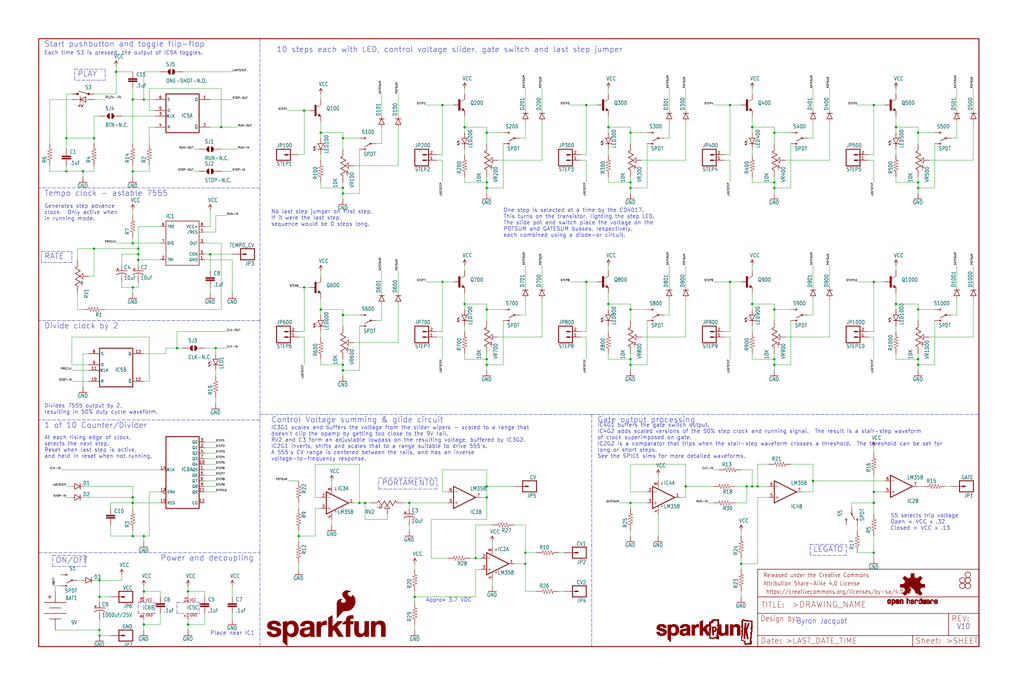
<source format=kicad_sch>
(kicad_sch (version 20211123) (generator eeschema)
  (paper "User" 470.306 318.999)
  (lib_symbols
    (symbol "eagleSchem-eagle-import:0.1UF-50V-20%(PTH)KIT-EZ"
      (property "Reference" "C" (at 1.524 2.921 0))
      (property "Value" "0.1UF-50V-20%(PTH)KIT-EZ" (at 1.524 -2.159 0))
      (symbol "0.1UF-50V-20%(PTH)KIT-EZ_1_0"
        (pin passive line (at 0 5.08 270) (length 2.54) (name "1") (number "1"))
        (pin passive line (at 0 -2.54 90) (length 2.54) (name "2") (number "2"))
      )
    )
    (symbol "eagleSchem-eagle-import:1000UF-25V(PTH)KIT"
      (property "Reference" "C" (at 1.016 0.635 0))
      (property "Value" "1000UF-25V(PTH)KIT" (at 1.016 -4.191 0))
      (symbol "1000UF-25V(PTH)KIT_1_0"
        (pin passive line (at 0 2.54 270) (length 2.54) (name "+") (number "+"))
        (pin passive line (at 0 -5.08 90) (length 2.54) (name "-") (number "-"))
      )
    )
    (symbol "eagleSchem-eagle-import:10UF-25V-20%(PTH)KIT"
      (property "Reference" "C" (at 1.016 0.635 0))
      (property "Value" "10UF-25V-20%(PTH)KIT" (at 1.016 -4.191 0))
      (symbol "10UF-25V-20%(PTH)KIT_1_0"
        (pin passive line (at 0 2.54 270) (length 2.54) (name "+") (number "1"))
        (pin passive line (at 0 -5.08 90) (length 2.54) (name "-") (number "2"))
      )
    )
    (symbol "eagleSchem-eagle-import:BC9VPCKIT_SOLDERMASK"
      (property "Reference" "BAT" (at -10.16 3.556 0))
      (property "Value" "BC9VPCKIT_SOLDERMASK" (at -10.16 -7.62 0))
      (symbol "BC9VPCKIT_SOLDERMASK_1_0"
        (pin bidirectional line (at 0 7.62 270) (length 5.08) (name "V+") (number "V+"))
        (pin bidirectional line (at 0 -10.16 90) (length 5.08) (name "V-") (number "V-"))
      )
    )
    (symbol "eagleSchem-eagle-import:CAPKIT"
      (property "Reference" "C" (at 1.524 2.921 0))
      (property "Value" "CAPKIT" (at 1.524 -2.159 0))
      (symbol "CAPKIT_1_0"
        (pin passive line (at 0 5.08 270) (length 2.54) (name "1") (number "1"))
        (pin passive line (at 0 -2.54 90) (length 2.54) (name "2") (number "2"))
      )
    )
    (symbol "eagleSchem-eagle-import:CD4013"
      (property "Reference" "IC" (at -0.508 -0.762 0))
      (symbol "CD4013_1_0"
        (pin output line (at 12.7 7.62 180) (length 5.08) (name "Q") (number "1"))
        (pin output line (at 12.7 -5.08 180) (length 5.08) (name "~{Q}") (number "2"))
        (pin input clock (at -12.7 0 0) (length 5.08) (name "CLK") (number "3"))
        (pin input line (at -12.7 -5.08 0) (length 5.08) (name "R") (number "4"))
        (pin input line (at -12.7 2.54 0) (length 5.08) (name "D") (number "5"))
        (pin input line (at -12.7 7.62 0) (length 5.08) (name "S") (number "6"))
      )
      (symbol "CD4013_2_0"
        (pin input line (at -12.7 -5.08 0) (length 5.08) (name "R") (number "10"))
        (pin input clock (at -12.7 0 0) (length 5.08) (name "CLK") (number "11"))
        (pin output line (at 12.7 -5.08 180) (length 5.08) (name "~{Q}") (number "12"))
        (pin output line (at 12.7 7.62 180) (length 5.08) (name "Q") (number "13"))
        (pin input line (at -12.7 7.62 0) (length 5.08) (name "S") (number "8"))
        (pin input line (at -12.7 2.54 0) (length 5.08) (name "D") (number "9"))
      )
      (symbol "CD4013_3_0"
        (text "GND" (at 0.762 -4.064 0) (effects (font (size 1.27 1.0795)) (justify left bottom)))
        (text "VCC" (at 0.762 2.921 0) (effects (font (size 1.27 1.0795)) (justify left bottom)))
        (pin power_in line (at 0 5.08 270) (length 2.54) (name "VCC") (number "14"))
        (pin power_in line (at 0 -5.08 90) (length 2.54) (name "GND") (number "7"))
      )
    )
    (symbol "eagleSchem-eagle-import:CD4017KIT"
      (property "Reference" "IC" (at -0.508 -0.762 0))
      (symbol "CD4017KIT_1_0"
        (pin output line (at 10.16 0 180) (length 2.54) (name "Q5") (number "1"))
        (pin output line (at 10.16 2.54 180) (length 2.54) (name "Q4") (number "10"))
        (pin output line (at 10.16 -10.16 180) (length 2.54) (name "Q9") (number "11"))
        (pin output line (at 10.16 -15.24 180) (length 2.54) (name "CO") (number "12"))
        (pin input inverted (at -10.16 -10.16 0) (length 2.54) (name "ENA") (number "13"))
        (pin input clock (at -10.16 0 0) (length 2.54) (name "CLK") (number "14"))
        (pin input line (at -10.16 -15.24 0) (length 2.54) (name "RES") (number "15"))
        (pin output line (at 10.16 10.16 180) (length 2.54) (name "Q1") (number "2"))
        (pin output line (at 10.16 12.7 180) (length 2.54) (name "Q0") (number "3"))
        (pin output line (at 10.16 7.62 180) (length 2.54) (name "Q2") (number "4"))
        (pin output line (at 10.16 -2.54 180) (length 2.54) (name "Q6") (number "5"))
        (pin output line (at 10.16 -5.08 180) (length 2.54) (name "Q7") (number "6"))
        (pin output line (at 10.16 5.08 180) (length 2.54) (name "Q3") (number "7"))
        (pin output line (at 10.16 -7.62 180) (length 2.54) (name "Q8") (number "9"))
      )
      (symbol "CD4017KIT_2_0"
        (text "GND" (at 0.762 -4.064 0) (effects (font (size 1.27 1.0795)) (justify left bottom)))
        (text "VCC" (at 0.762 2.921 0) (effects (font (size 1.27 1.0795)) (justify left bottom)))
        (pin power_in line (at 0 5.08 270) (length 2.54) (name "VCC") (number "16"))
        (pin power_in line (at 0 -5.08 90) (length 2.54) (name "GND") (number "8"))
      )
    )
    (symbol "eagleSchem-eagle-import:DIODE"
      (property "Reference" "D" (at 2.54 0.4826 0))
      (property "Value" "DIODE" (at 2.54 -2.3114 0))
      (symbol "DIODE_1_0"
        (pin passive line (at -2.54 0 0) (length 0) (name "A") (number "A"))
        (pin passive line (at 2.54 0 180) (length 0) (name "C") (number "C"))
      )
    )
    (symbol "eagleSchem-eagle-import:DIODEKIT"
      (property "Reference" "D" (at 2.54 0.4826 0))
      (property "Value" "DIODEKIT" (at 2.54 -2.3114 0))
      (symbol "DIODEKIT_1_0"
        (pin passive line (at -2.54 0 0) (length 0) (name "A") (number "A"))
        (pin passive line (at 2.54 0 180) (length 0) (name "C") (number "C"))
      )
    )
    (symbol "eagleSchem-eagle-import:FRAME-LEDGER"
      (symbol "FRAME-LEDGER_2_0"
        (text " https://creativecommons.org/licenses/by-sa/4.0/" (at 2.54 24.13 0) (effects (font (size 1.9304 1.6408)) (justify left bottom)))
        (text ">DRAWING_NAME" (at 15.494 17.78 0) (effects (font (size 2.7432 2.7432)) (justify left bottom)))
        (text ">LAST_DATE_TIME" (at 12.7 1.27 0) (effects (font (size 2.54 2.54)) (justify left bottom)))
        (text ">SHEET" (at 86.36 1.27 0) (effects (font (size 2.54 2.54)) (justify left bottom)))
        (text "Attribution Share-Alike 4.0 License" (at 2.54 27.94 0) (effects (font (size 1.9304 1.6408)) (justify left bottom)))
        (text "Date:" (at 1.27 1.27 0) (effects (font (size 2.54 2.54)) (justify left bottom)))
        (text "Design by:" (at 1.27 11.43 0) (effects (font (size 2.54 2.159)) (justify left bottom)))
        (text "Released under the Creative Commons" (at 2.54 31.75 0) (effects (font (size 1.9304 1.6408)) (justify left bottom)))
        (text "REV:" (at 88.9 11.43 0) (effects (font (size 2.54 2.54)) (justify left bottom)))
        (text "Sheet:" (at 72.39 1.27 0) (effects (font (size 2.54 2.54)) (justify left bottom)))
        (text "TITLE:" (at 1.524 17.78 0) (effects (font (size 2.54 2.54)) (justify left bottom)))
      )
    )
    (symbol "eagleSchem-eagle-import:GND" (power)
      (property "Value" "GND" (at -2.54 -2.54 0))
      (symbol "GND_1_0"
        (pin power_in line (at 0 2.54 270) (length 2.54) (name "GND") (number "1"))
      )
    )
    (symbol "eagleSchem-eagle-import:LED5MM-KIT"
      (property "Reference" "LED" (at 3.556 -4.572 90))
      (property "Value" "LED5MM-KIT" (at 5.715 -4.572 90))
      (symbol "LED5MM-KIT_1_0"
        (pin passive line (at 0 2.54 270) (length 2.54) (name "A") (number "A"))
        (pin passive line (at 0 -5.08 90) (length 2.54) (name "C") (number "K"))
      )
    )
    (symbol "eagleSchem-eagle-import:LM358KIT"
      (property "Reference" "IC" (at 2.54 5.715 0))
      (property "Value" "LM358KIT" (at 2.54 -5.08 0))
      (symbol "LM358KIT_1_0"
        (text "V+" (at 1.27 5.715 900) (effects (font (size 0.8128 0.6908)) (justify left top)))
        (text "V-" (at 1.27 -4.445 900) (effects (font (size 0.8128 0.6908)) (justify left top)))
        (pin output line (at 10.16 0 180) (length 2.54) (name "OUT") (number "1"))
        (pin input line (at -5.08 2.54 0) (length 2.54) (name "-IN") (number "2"))
        (pin input line (at -5.08 -2.54 0) (length 2.54) (name "+IN") (number "3"))
        (pin power_in line (at 0 -7.62 90) (length 2.54) (name "V-") (number "4"))
        (pin power_in line (at 0 7.62 270) (length 2.54) (name "V+") (number "8"))
      )
      (symbol "LM358KIT_2_0"
        (pin input line (at -7.62 2.54 0) (length 2.54) (name "+IN") (number "5"))
        (pin input line (at -7.62 -2.54 0) (length 2.54) (name "-IN") (number "6"))
        (pin output line (at 7.62 0 180) (length 2.54) (name "OUT") (number "7"))
      )
    )
    (symbol "eagleSchem-eagle-import:M01SMDNS"
      (property "Reference" "JP" (at -2.54 3.302 0))
      (property "Value" "M01SMDNS" (at -2.54 -5.08 0))
      (symbol "M01SMDNS_1_0"
        (pin passive line (at 7.62 0 180) (length 5.08) (name "1") (number "1"))
      )
    )
    (symbol "eagleSchem-eagle-import:M021X02_NO_SILK"
      (property "Reference" "JP" (at -2.54 5.842 0))
      (property "Value" "M021X02_NO_SILK" (at -2.54 -5.08 0))
      (symbol "M021X02_NO_SILK_1_0"
        (pin passive line (at 7.62 0 180) (length 5.08) (name "1") (number "1"))
        (pin passive line (at 7.62 2.54 180) (length 5.08) (name "2") (number "2"))
      )
    )
    (symbol "eagleSchem-eagle-import:NE555KIT"
      (property "Reference" "IC" (at -7.62 11.43 0))
      (property "Value" "NE555KIT" (at -7.62 -12.7 0))
      (symbol "NE555KIT_1_0"
        (pin power_in line (at 10.16 -7.62 180) (length 2.54) (name "GND") (number "1"))
        (pin input line (at -10.16 -7.62 0) (length 2.54) (name "TRI") (number "2"))
        (pin output line (at 10.16 0 180) (length 2.54) (name "OUT") (number "3"))
        (pin input line (at 10.16 5.08 180) (length 2.54) (name "/RES") (number "4"))
        (pin input line (at 10.16 -5.08 180) (length 2.54) (name "CON") (number "5"))
        (pin input line (at -10.16 7.62 0) (length 2.54) (name "TRE") (number "6"))
        (pin input line (at -10.16 0 0) (length 2.54) (name "DIS") (number "7"))
        (pin power_in line (at 10.16 7.62 180) (length 2.54) (name "VCC+") (number "8"))
      )
    )
    (symbol "eagleSchem-eagle-import:OSHW-LOGOM")
    (symbol "eagleSchem-eagle-import:POTALPS-KIT"
      (property "Reference" "RV" (at 5.08 -10.16 90))
      (property "Value" "POTALPS-KIT" (at -2.54 -10.16 90))
      (symbol "POTALPS-KIT_1_0"
        (pin passive line (at 0 7.62 270) (length 2.54) (name "E") (number "P$1"))
        (pin passive line (at 5.08 0 180) (length 2.54) (name "S") (number "P$2"))
        (pin passive line (at 0 -7.62 90) (length 2.54) (name "A") (number "P$3"))
      )
    )
    (symbol "eagleSchem-eagle-import:RESISTOREZ"
      (property "Reference" "R" (at -3.81 1.4986 0))
      (property "Value" "RESISTOREZ" (at -3.81 -3.302 0))
      (symbol "RESISTOREZ_1_0"
        (pin passive line (at -5.08 0 0) (length 2.54) (name "1") (number "P$1"))
        (pin passive line (at 5.08 0 180) (length 2.54) (name "2") (number "P$2"))
      )
    )
    (symbol "eagleSchem-eagle-import:SFE_LOGO_NAME_FLAME.4_INCH")
    (symbol "eagleSchem-eagle-import:SLIDER30MM-KIT"
      (property "Reference" "VR" (at 5.08 -10.16 90))
      (property "Value" "SLIDER30MM-KIT" (at -2.54 -10.16 90))
      (symbol "SLIDER30MM-KIT_1_0"
        (pin passive line (at 0 -7.62 90) (length 2.54) (name "A") (number "BOTTOM"))
        (pin passive line (at 0 7.62 270) (length 2.54) (name "E") (number "TOP"))
        (pin passive line (at 5.08 0 180) (length 2.54) (name "S") (number "WIPER"))
      )
    )
    (symbol "eagleSchem-eagle-import:SOLDERJUMPERPTH"
      (property "Reference" "SJ" (at -2.54 2.54 0))
      (property "Value" "SOLDERJUMPERPTH" (at -2.54 -5.08 0))
      (symbol "SOLDERJUMPERPTH_1_0"
        (pin passive line (at -5.08 0 0) (length 2.54) (name "1") (number "1"))
        (pin passive line (at 5.08 0 180) (length 2.54) (name "2") (number "2"))
      )
    )
    (symbol "eagleSchem-eagle-import:SOLDERJUMPERTRACE-PTH"
      (property "Reference" "SJ" (at -2.54 2.54 0))
      (property "Value" "SOLDERJUMPERTRACE-PTH" (at -2.54 -5.08 0))
      (symbol "SOLDERJUMPERTRACE-PTH_1_0"
        (pin passive line (at -5.08 0 0) (length 2.54) (name "1") (number "1"))
        (pin passive line (at 5.08 0 180) (length 2.54) (name "2") (number "2"))
      )
    )
    (symbol "eagleSchem-eagle-import:SPARKPUNK_LOGO.1INCH_TALL")
    (symbol "eagleSchem-eagle-import:SPARKPUNK_LOGO.2_INCH_TALL")
    (symbol "eagleSchem-eagle-import:STAND-OFF")
    (symbol "eagleSchem-eagle-import:SWITCH-MOMENTARY-LEDEZ"
      (property "Reference" "S" (at -4.064 2.032 0))
      (property "Value" "SWITCH-MOMENTARY-LEDEZ" (at -4.572 -8.382 0))
      (symbol "SWITCH-MOMENTARY-LEDEZ_1_0"
        (pin passive line (at 5.08 0 180) (length 2.54) (name "2") (number "2"))
        (pin passive line (at -5.08 0 0) (length 2.54) (name "1") (number "4"))
        (pin passive line (at -5.08 -2.54 0) (length 2.54) (name "A") (number "A"))
        (pin passive line (at 5.08 -2.54 180) (length 2.54) (name "C") (number "C"))
      )
    )
    (symbol "eagleSchem-eagle-import:SWITCH-SPDTKIT"
      (property "Reference" "S" (at -1.905 -6.35 0))
      (property "Value" "SWITCH-SPDTKIT" (at -2.54 3.81 0))
      (symbol "SWITCH-SPDTKIT_1_0"
        (pin passive line (at 5.08 2.54 180) (length 2.54) (name "O") (number "1"))
        (pin passive line (at -2.54 0 0) (length 2.54) (name "P") (number "2"))
        (pin passive line (at 5.08 -2.54 180) (length 2.54) (name "S") (number "3"))
      )
    )
    (symbol "eagleSchem-eagle-import:TRANSISTOR_NPNTO-92-AMMO"
      (property "Reference" "Q" (at 5.08 0 0))
      (property "Value" "TRANSISTOR_NPNTO-92-AMMO" (at 5.08 -2.54 0))
      (symbol "TRANSISTOR_NPNTO-92-AMMO_1_0"
        (pin passive line (at 2.54 -5.08 90) (length 2.54) (name "E") (number "1"))
        (pin passive line (at -2.54 0 0) (length 2.54) (name "B") (number "2"))
        (pin passive line (at 2.54 5.08 270) (length 2.54) (name "C") (number "3"))
      )
    )
    (symbol "eagleSchem-eagle-import:VCC" (power)
      (property "Value" "VCC" (at -1.016 3.556 0))
      (symbol "VCC_1_0"
        (pin power_in line (at 0 0 90) (length 2.54) (name "VCC") (number "1"))
      )
    )
  )
  (junction (at 269.24 129.54))
  (junction (at 289.56 165.1))
  (junction (at 45.72 266.7))
  (junction (at 223.52 60.96))
  (junction (at 411.48 58.42))
  (junction (at 99.06 160.02))
  (junction (at 355.6 142.24))
  (junction (at 53.34 33.02))
  (junction (at 86.36 271.78))
  (junction (at 45.72 274.32))
  (junction (at 314.96 223.52))
  (junction (at 345.44 223.52))
  (junction (at 203.2 48.26))
  (junction (at 30.48 78.74))
  (junction (at 63.5 114.3))
  (junction (at 66.04 246.38))
  (junction (at 60.96 228.6))
  (junction (at 279.4 58.42))
  (junction (at 157.48 86.36))
  (junction (at 335.28 129.54))
  (junction (at 147.32 142.24))
  (junction (at 421.64 142.24))
  (junction (at 60.96 111.76))
  (junction (at 218.44 256.54))
  (junction (at 355.6 167.64))
  (junction (at 241.3 254))
  (junction (at 63.5 119.38))
  (junction (at 213.36 58.42))
  (junction (at 38.1 78.74))
  (junction (at 213.36 139.7))
  (junction (at 66.04 287.02))
  (junction (at 289.56 86.36))
  (junction (at 45.72 292.1))
  (junction (at 342.9 223.52))
  (junction (at 101.6 58.42))
  (junction (at 373.38 220.98))
  (junction (at 411.48 139.7))
  (junction (at 66.04 271.78))
  (junction (at 223.52 228.6))
  (junction (at 355.6 86.36))
  (junction (at 401.32 226.06))
  (junction (at 43.18 63.5))
  (junction (at 137.16 246.38))
  (junction (at 335.28 48.26))
  (junction (at 279.4 139.7))
  (junction (at 223.52 86.36))
  (junction (at 289.56 83.82))
  (junction (at 60.96 78.74))
  (junction (at 340.36 259.08))
  (junction (at 139.7 132.08))
  (junction (at 157.48 170.18))
  (junction (at 60.96 231.14))
  (junction (at 355.6 60.96))
  (junction (at 60.96 132.08))
  (junction (at 421.64 165.1))
  (junction (at 43.18 114.3))
  (junction (at 223.52 142.24))
  (junction (at 289.56 60.96))
  (junction (at 289.56 142.24))
  (junction (at 157.48 167.64))
  (junction (at 63.5 116.84))
  (junction (at 347.98 223.52))
  (junction (at 421.64 86.36))
  (junction (at 30.48 63.5))
  (junction (at 401.32 254))
  (junction (at 355.6 165.1))
  (junction (at 157.48 88.9))
  (junction (at 421.64 83.82))
  (junction (at 60.96 246.38))
  (junction (at 401.32 129.54))
  (junction (at 421.64 60.96))
  (junction (at 401.32 48.26))
  (junction (at 96.52 116.84))
  (junction (at 167.64 231.14))
  (junction (at 165.1 231.14))
  (junction (at 223.52 83.82))
  (junction (at 81.28 160.02))
  (junction (at 139.7 50.8))
  (junction (at 269.24 48.26))
  (junction (at 157.48 63.5))
  (junction (at 223.52 223.52))
  (junction (at 289.56 167.64))
  (junction (at 289.56 231.14))
  (junction (at 203.2 129.54))
  (junction (at 86.36 287.02))
  (junction (at 355.6 83.82))
  (junction (at 45.72 289.56))
  (junction (at 223.52 165.1))
  (junction (at 345.44 139.7))
  (junction (at 345.44 58.42))
  (junction (at 241.3 259.08))
  (junction (at 421.64 167.64))
  (junction (at 157.48 144.78))
  (junction (at 60.96 45.72))
  (junction (at 66.04 45.72))
  (junction (at 401.32 231.14))
  (junction (at 223.52 167.64))
  (junction (at 190.5 274.32))
  (junction (at 187.96 231.14))
  (junction (at 147.32 60.96))
  (wire (pts (xy 60.96 228.6) (xy 38.1 228.6)))
  (wire (pts (xy 99.06 182.88) (xy 99.06 185.42)))
  (wire (pts (xy 73.66 33.02) (xy 66.04 33.02)))
  (wire (pts (xy 241.3 259.08) (xy 241.3 271.78)))
  (wire (pts (xy 279.4 53.34) (xy 279.4 58.42)))
  (wire (pts (xy 429.26 167.64) (xy 429.26 147.32)))
  (wire (pts (xy 99.06 160.02) (xy 104.14 160.02)))
  (wire (pts (xy 345.44 149.86) (xy 345.44 152.4)))
  (wire (pts (xy 38.1 177.8) (xy 38.1 162.56)))
  (wire (pts (xy 421.64 167.64) (xy 421.64 170.18)))
  (wire (pts (xy 43.18 53.34) (xy 45.72 53.34)))
  (wire (pts (xy 340.36 259.08) (xy 347.98 259.08)))
  (wire (pts (xy 73.66 215.9) (xy 27.94 215.9)))
  (wire (pts (xy 297.18 86.36) (xy 297.18 66.04)))
  (wire (pts (xy 66.04 289.56) (xy 66.04 287.02)))
  (wire (pts (xy 203.2 154.94) (xy 203.2 165.1)))
  (wire (pts (xy 177.8 238.76) (xy 177.8 236.22)))
  (wire (pts (xy 203.2 73.66) (xy 203.2 83.82)))
  (wire (pts (xy 241.3 254) (xy 241.3 241.3)))
  (wire (pts (xy 411.48 149.86) (xy 411.48 152.4)))
  (polyline (pts (xy 119.38 190.5) (xy 119.38 254)))
  (wire (pts (xy 147.32 124.46) (xy 147.32 127)))
  (wire (pts (xy 144.78 228.6) (xy 144.78 213.36)))
  (wire (pts (xy 147.32 60.96) (xy 147.32 63.5)))
  (wire (pts (xy 266.7 152.4) (xy 269.24 152.4)))
  (wire (pts (xy 190.5 276.86) (xy 190.5 274.32)))
  (wire (pts (xy 45.72 292.1) (xy 50.8 292.1)))
  (wire (pts (xy 99.06 106.68) (xy 99.06 99.06)))
  (wire (pts (xy 93.98 226.06) (xy 99.06 226.06)))
  (wire (pts (xy 157.48 144.78) (xy 165.1 144.78)))
  (wire (pts (xy 60.96 78.74) (xy 60.96 81.28)))
  (wire (pts (xy 223.52 165.1) (xy 223.52 167.64)))
  (wire (pts (xy 55.88 121.92) (xy 55.88 116.84)))
  (polyline (pts (xy 24.13 255.27) (xy 39.37 255.27)))
  (wire (pts (xy 279.4 121.92) (xy 279.4 124.46)))
  (wire (pts (xy 66.04 274.32) (xy 66.04 271.78)))
  (wire (pts (xy 68.58 58.42) (xy 71.12 58.42)))
  (polyline (pts (xy 91.44 281.94) (xy 81.28 281.94)))
  (polyline (pts (xy 271.78 190.5) (xy 271.78 297.18)))
  (wire (pts (xy 347.98 259.08) (xy 347.98 228.6)))
  (wire (pts (xy 223.52 223.52) (xy 223.52 228.6)))
  (wire (pts (xy 139.7 71.12) (xy 139.7 50.8)))
  (polyline (pts (xy 71.12 281.94) (xy 63.5 281.94)))
  (wire (pts (xy 213.36 53.34) (xy 213.36 58.42)))
  (wire (pts (xy 241.3 55.88) (xy 241.3 63.5)))
  (wire (pts (xy 50.8 246.38) (xy 60.96 246.38)))
  (wire (pts (xy 66.04 246.38) (xy 68.58 246.38)))
  (wire (pts (xy 421.64 86.36) (xy 421.64 88.9)))
  (wire (pts (xy 289.56 231.14) (xy 284.48 231.14)))
  (wire (pts (xy 213.36 58.42) (xy 223.52 58.42)))
  (wire (pts (xy 353.06 228.6) (xy 347.98 228.6)))
  (wire (pts (xy 157.48 63.5) (xy 157.48 68.58)))
  (wire (pts (xy 203.2 48.26) (xy 195.58 48.26)))
  (wire (pts (xy 25.4 269.24) (xy 27.94 269.24)))
  (wire (pts (xy 335.28 71.12) (xy 335.28 48.26)))
  (wire (pts (xy 401.32 71.12) (xy 401.32 48.26)))
  (wire (pts (xy 439.42 132.08) (xy 439.42 121.92)))
  (wire (pts (xy 279.4 139.7) (xy 279.4 142.24)))
  (wire (pts (xy 345.44 83.82) (xy 355.6 83.82)))
  (wire (pts (xy 137.16 248.92) (xy 137.16 246.38)))
  (wire (pts (xy 289.56 162.56) (xy 289.56 165.1)))
  (wire (pts (xy 342.9 231.14) (xy 342.9 223.52)))
  (wire (pts (xy 401.32 246.38) (xy 401.32 254)))
  (wire (pts (xy 241.3 137.16) (xy 241.3 144.78)))
  (polyline (pts (xy 119.38 254) (xy 119.38 297.18)))
  (wire (pts (xy 373.38 213.36) (xy 373.38 220.98)))
  (wire (pts (xy 373.38 220.98) (xy 406.4 220.98)))
  (wire (pts (xy 279.4 139.7) (xy 289.56 139.7)))
  (wire (pts (xy 203.2 71.12) (xy 203.2 48.26)))
  (wire (pts (xy 353.06 223.52) (xy 347.98 223.52)))
  (wire (pts (xy 314.96 223.52) (xy 314.96 228.6)))
  (wire (pts (xy 340.36 215.9) (xy 345.44 215.9)))
  (wire (pts (xy 279.4 149.86) (xy 279.4 152.4)))
  (wire (pts (xy 165.1 170.18) (xy 165.1 149.86)))
  (wire (pts (xy 93.98 203.2) (xy 99.06 203.2)))
  (wire (pts (xy 223.52 142.24) (xy 231.14 142.24)))
  (wire (pts (xy 289.56 246.38) (xy 289.56 243.84)))
  (wire (pts (xy 332.74 154.94) (xy 335.28 154.94)))
  (wire (pts (xy 266.7 154.94) (xy 269.24 154.94)))
  (wire (pts (xy 187.96 233.68) (xy 187.96 231.14)))
  (wire (pts (xy 165.1 231.14) (xy 162.56 231.14)))
  (wire (pts (xy 218.44 274.32) (xy 218.44 261.62)))
  (wire (pts (xy 101.6 111.76) (xy 101.6 142.24)))
  (wire (pts (xy 93.98 111.76) (xy 101.6 111.76)))
  (wire (pts (xy 55.88 264.16) (xy 55.88 266.7)))
  (wire (pts (xy 53.34 43.18) (xy 53.34 33.02)))
  (wire (pts (xy 66.04 175.26) (xy 68.58 175.26)))
  (wire (pts (xy 236.22 223.52) (xy 223.52 223.52)))
  (wire (pts (xy 63.5 119.38) (xy 73.66 119.38)))
  (wire (pts (xy 22.86 76.2) (xy 22.86 78.74)))
  (wire (pts (xy 393.7 241.3) (xy 393.7 243.84)))
  (wire (pts (xy 68.58 66.04) (xy 68.58 58.42)))
  (wire (pts (xy 165.1 213.36) (xy 165.1 231.14)))
  (wire (pts (xy 421.64 142.24) (xy 421.64 147.32)))
  (wire (pts (xy 337.82 231.14) (xy 342.9 231.14)))
  (wire (pts (xy 279.4 81.28) (xy 279.4 83.82)))
  (wire (pts (xy 96.52 116.84) (xy 96.52 124.46)))
  (wire (pts (xy 256.54 271.78) (xy 259.08 271.78)))
  (wire (pts (xy 411.48 139.7) (xy 421.64 139.7)))
  (polyline (pts (xy 48.26 36.83) (xy 34.29 36.83)))
  (wire (pts (xy 266.7 71.12) (xy 269.24 71.12)))
  (wire (pts (xy 43.18 127) (xy 43.18 114.3)))
  (wire (pts (xy 335.28 154.94) (xy 335.28 165.1)))
  (wire (pts (xy 96.52 104.14) (xy 96.52 96.52)))
  (wire (pts (xy 345.44 139.7) (xy 345.44 142.24)))
  (wire (pts (xy 266.7 73.66) (xy 269.24 73.66)))
  (wire (pts (xy 340.36 48.26) (xy 335.28 48.26)))
  (wire (pts (xy 137.16 246.38) (xy 137.16 243.84)))
  (wire (pts (xy 66.04 284.48) (xy 66.04 287.02)))
  (wire (pts (xy 60.96 111.76) (xy 53.34 111.76)))
  (wire (pts (xy 73.66 231.14) (xy 60.96 231.14)))
  (wire (pts (xy 137.16 246.38) (xy 144.78 246.38)))
  (wire (pts (xy 60.96 66.04) (xy 60.96 45.72)))
  (wire (pts (xy 218.44 256.54) (xy 220.98 256.54)))
  (wire (pts (xy 297.18 167.64) (xy 297.18 147.32)))
  (wire (pts (xy 60.96 33.02) (xy 53.34 33.02)))
  (wire (pts (xy 373.38 220.98) (xy 373.38 226.06)))
  (wire (pts (xy 96.52 134.62) (xy 96.52 132.08)))
  (wire (pts (xy 30.48 78.74) (xy 30.48 76.2)))
  (wire (pts (xy 381 40.64) (xy 381 50.8)))
  (wire (pts (xy 203.2 152.4) (xy 203.2 129.54)))
  (wire (pts (xy 345.44 58.42) (xy 345.44 60.96)))
  (wire (pts (xy 101.6 40.64) (xy 101.6 58.42)))
  (wire (pts (xy 190.5 274.32) (xy 190.5 271.78)))
  (wire (pts (xy 40.64 175.26) (xy 33.02 175.26)))
  (wire (pts (xy 101.6 58.42) (xy 109.22 58.42)))
  (wire (pts (xy 314.96 40.64) (xy 314.96 50.8)))
  (wire (pts (xy 345.44 58.42) (xy 355.6 58.42)))
  (polyline (pts (xy 19.05 115.57) (xy 33.02 115.57)))
  (wire (pts (xy 256.54 254) (xy 259.08 254)))
  (wire (pts (xy 60.96 246.38) (xy 60.96 243.84)))
  (wire (pts (xy 66.04 271.78) (xy 66.04 269.24)))
  (wire (pts (xy 93.98 106.68) (xy 99.06 106.68)))
  (wire (pts (xy 223.52 58.42) (xy 223.52 60.96)))
  (wire (pts (xy 86.36 289.56) (xy 86.36 287.02)))
  (wire (pts (xy 63.5 114.3) (xy 63.5 104.14)))
  (wire (pts (xy 68.58 154.94) (xy 33.02 154.94)))
  (wire (pts (xy 22.86 45.72) (xy 22.86 66.04)))
  (wire (pts (xy 401.32 231.14) (xy 401.32 226.06)))
  (wire (pts (xy 421.64 81.28) (xy 421.64 83.82)))
  (wire (pts (xy 439.42 50.8) (xy 439.42 40.64)))
  (polyline (pts (xy 48.26 31.75) (xy 48.26 36.83)))
  (wire (pts (xy 373.38 144.78) (xy 370.84 144.78)))
  (wire (pts (xy 157.48 167.64) (xy 157.48 170.18)))
  (wire (pts (xy 223.52 86.36) (xy 223.52 88.9)))
  (wire (pts (xy 307.34 137.16) (xy 307.34 144.78)))
  (wire (pts (xy 205.74 231.14) (xy 187.96 231.14)))
  (wire (pts (xy 66.04 248.92) (xy 66.04 246.38)))
  (wire (pts (xy 205.74 226.06) (xy 203.2 226.06)))
  (wire (pts (xy 35.56 142.24) (xy 35.56 134.62)))
  (wire (pts (xy 83.82 160.02) (xy 81.28 160.02)))
  (polyline (pts (xy 39.37 255.27) (xy 39.37 260.35)))
  (wire (pts (xy 411.48 121.92) (xy 411.48 124.46)))
  (wire (pts (xy 248.92 73.66) (xy 248.92 55.88)))
  (wire (pts (xy 93.98 213.36) (xy 99.06 213.36)))
  (wire (pts (xy 142.24 132.08) (xy 139.7 132.08)))
  (polyline (pts (xy 388.62 250.19) (xy 388.62 255.27)))
  (wire (pts (xy 289.56 83.82) (xy 289.56 86.36)))
  (wire (pts (xy 302.26 246.38) (xy 302.26 236.22)))
  (polyline (pts (xy 173.99 219.71) (xy 200.66 219.71)))
  (polyline (pts (xy 19.05 120.65) (xy 19.05 115.57)))
  (wire (pts (xy 289.56 139.7) (xy 289.56 142.24)))
  (wire (pts (xy 363.22 167.64) (xy 363.22 147.32)))
  (wire (pts (xy 81.28 160.02) (xy 81.28 152.4)))
  (wire (pts (xy 411.48 53.34) (xy 411.48 58.42)))
  (wire (pts (xy 147.32 152.4) (xy 147.32 154.94)))
  (wire (pts (xy 327.66 231.14) (xy 325.12 231.14)))
  (wire (pts (xy 63.5 121.92) (xy 63.5 119.38)))
  (polyline (pts (xy 119.38 147.32) (xy 119.38 190.5)))
  (polyline (pts (xy 372.11 250.19) (xy 388.62 250.19)))
  (wire (pts (xy 223.52 228.6) (xy 220.98 228.6)))
  (wire (pts (xy 200.66 152.4) (xy 203.2 152.4)))
  (wire (pts (xy 439.42 144.78) (xy 436.88 144.78)))
  (wire (pts (xy 355.6 83.82) (xy 355.6 86.36)))
  (wire (pts (xy 302.26 218.44) (xy 302.26 220.98)))
  (wire (pts (xy 167.64 238.76) (xy 167.64 231.14)))
  (wire (pts (xy 43.18 76.2) (xy 43.18 78.74)))
  (wire (pts (xy 213.36 40.64) (xy 213.36 43.18)))
  (polyline (pts (xy 372.11 255.27) (xy 372.11 250.19)))
  (wire (pts (xy 307.34 132.08) (xy 307.34 121.92)))
  (wire (pts (xy 38.1 78.74) (xy 30.48 78.74)))
  (wire (pts (xy 289.56 86.36) (xy 289.56 88.9)))
  (wire (pts (xy 411.48 58.42) (xy 421.64 58.42)))
  (wire (pts (xy 228.6 73.66) (xy 248.92 73.66)))
  (wire (pts (xy 147.32 228.6) (xy 144.78 228.6)))
  (wire (pts (xy 182.88 76.2) (xy 182.88 58.42)))
  (wire (pts (xy 289.56 167.64) (xy 297.18 167.64)))
  (wire (pts (xy 106.68 269.24) (xy 106.68 274.32)))
  (wire (pts (xy 147.32 60.96) (xy 157.48 60.96)))
  (wire (pts (xy 360.68 73.66) (xy 381 73.66)))
  (wire (pts (xy 22.86 78.74) (xy 30.48 78.74)))
  (wire (pts (xy 355.6 81.28) (xy 355.6 83.82)))
  (wire (pts (xy 421.64 142.24) (xy 429.26 142.24)))
  (wire (pts (xy 60.96 231.14) (xy 60.96 233.68)))
  (wire (pts (xy 175.26 53.34) (xy 175.26 43.18)))
  (wire (pts (xy 60.96 96.52) (xy 60.96 99.06)))
  (wire (pts (xy 106.68 284.48) (xy 106.68 281.94)))
  (wire (pts (xy 447.04 40.64) (xy 447.04 50.8)))
  (wire (pts (xy 175.26 134.62) (xy 175.26 124.46)))
  (wire (pts (xy 157.48 88.9) (xy 157.48 91.44)))
  (wire (pts (xy 35.56 114.3) (xy 35.56 119.38)))
  (wire (pts (xy 360.68 154.94) (xy 381 154.94)))
  (wire (pts (xy 93.98 218.44) (xy 99.06 218.44)))
  (wire (pts (xy 157.48 60.96) (xy 157.48 63.5)))
  (wire (pts (xy 269.24 154.94) (xy 269.24 165.1)))
  (wire (pts (xy 63.5 114.3) (xy 43.18 114.3)))
  (polyline (pts (xy 119.38 193.04) (xy 17.78 193.04)))
  (wire (pts (xy 279.4 68.58) (xy 279.4 71.12)))
  (wire (pts (xy 157.48 86.36) (xy 157.48 88.9)))
  (wire (pts (xy 76.2 160.02) (xy 81.28 160.02)))
  (wire (pts (xy 38.1 81.28) (xy 38.1 78.74)))
  (wire (pts (xy 401.32 73.66) (xy 401.32 83.82)))
  (wire (pts (xy 363.22 213.36) (xy 373.38 213.36)))
  (polyline (pts (xy 34.29 31.75) (xy 48.26 31.75)))
  (wire (pts (xy 147.32 137.16) (xy 147.32 142.24)))
  (wire (pts (xy 355.6 86.36) (xy 363.22 86.36)))
  (wire (pts (xy 241.3 254) (xy 246.38 254)))
  (wire (pts (xy 411.48 162.56) (xy 411.48 165.1)))
  (polyline (pts (xy 81.28 281.94) (xy 81.28 276.86)))
  (wire (pts (xy 345.44 40.64) (xy 345.44 43.18)))
  (wire (pts (xy 187.96 243.84) (xy 187.96 241.3)))
  (wire (pts (xy 279.4 58.42) (xy 279.4 60.96)))
  (wire (pts (xy 63.5 119.38) (xy 63.5 116.84)))
  (wire (pts (xy 96.52 116.84) (xy 106.68 116.84)))
  (wire (pts (xy 50.8 233.68) (xy 50.8 231.14)))
  (polyline (pts (xy 33.02 115.57) (xy 33.02 120.65)))
  (wire (pts (xy 63.5 132.08) (xy 63.5 129.54)))
  (wire (pts (xy 162.56 76.2) (xy 182.88 76.2)))
  (wire (pts (xy 147.32 142.24) (xy 157.48 142.24)))
  (wire (pts (xy 223.52 167.64) (xy 231.14 167.64)))
  (wire (pts (xy 139.7 50.8) (xy 132.08 50.8)))
  (wire (pts (xy 93.98 116.84) (xy 96.52 116.84)))
  (wire (pts (xy 335.28 129.54) (xy 327.66 129.54)))
  (wire (pts (xy 208.28 48.26) (xy 203.2 48.26)))
  (wire (pts (xy 55.88 132.08) (xy 55.88 129.54)))
  (wire (pts (xy 381 154.94) (xy 381 137.16)))
  (wire (pts (xy 241.3 144.78) (xy 238.76 144.78)))
  (wire (pts (xy 43.18 78.74) (xy 38.1 78.74)))
  (wire (pts (xy 182.88 43.18) (xy 182.88 53.34)))
  (wire (pts (xy 213.36 83.82) (xy 223.52 83.82)))
  (wire (pts (xy 147.32 165.1) (xy 147.32 167.64)))
  (wire (pts (xy 86.36 287.02) (xy 93.98 287.02)))
  (wire (pts (xy 289.56 233.68) (xy 289.56 231.14)))
  (wire (pts (xy 147.32 86.36) (xy 157.48 86.36)))
  (wire (pts (xy 147.32 43.18) (xy 147.32 45.72)))
  (wire (pts (xy 355.6 58.42) (xy 355.6 60.96)))
  (wire (pts (xy 91.44 68.58) (xy 88.9 68.58)))
  (wire (pts (xy 363.22 86.36) (xy 363.22 66.04)))
  (wire (pts (xy 213.36 81.28) (xy 213.36 83.82)))
  (polyline (pts (xy 388.62 255.27) (xy 372.11 255.27)))
  (wire (pts (xy 421.64 162.56) (xy 421.64 165.1)))
  (wire (pts (xy 289.56 60.96) (xy 289.56 66.04)))
  (wire (pts (xy 48.26 142.24) (xy 101.6 142.24)))
  (wire (pts (xy 55.88 53.34) (xy 71.12 53.34)))
  (wire (pts (xy 294.64 154.94) (xy 314.96 154.94)))
  (wire (pts (xy 279.4 58.42) (xy 289.56 58.42)))
  (wire (pts (xy 314.96 154.94) (xy 314.96 137.16)))
  (wire (pts (xy 406.4 129.54) (xy 401.32 129.54)))
  (wire (pts (xy 289.56 81.28) (xy 289.56 83.82)))
  (polyline (pts (xy 33.02 120.65) (xy 19.05 120.65)))
  (wire (pts (xy 411.48 134.62) (xy 411.48 139.7)))
  (wire (pts (xy 182.88 157.48) (xy 182.88 139.7)))
  (wire (pts (xy 307.34 63.5) (xy 304.8 63.5)))
  (wire (pts (xy 190.5 274.32) (xy 218.44 274.32)))
  (wire (pts (xy 200.66 71.12) (xy 203.2 71.12)))
  (wire (pts (xy 45.72 274.32) (xy 45.72 276.86)))
  (wire (pts (xy 213.36 162.56) (xy 213.36 165.1)))
  (wire (pts (xy 411.48 68.58) (xy 411.48 71.12)))
  (wire (pts (xy 213.36 121.92) (xy 213.36 124.46)))
  (wire (pts (xy 93.98 119.38) (xy 106.68 119.38)))
  (wire (pts (xy 289.56 60.96) (xy 297.18 60.96)))
  (wire (pts (xy 373.38 63.5) (xy 370.84 63.5)))
  (wire (pts (xy 137.16 261.62) (xy 137.16 259.08)))
  (wire (pts (xy 307.34 50.8) (xy 307.34 40.64)))
  (wire (pts (xy 215.9 256.54) (xy 218.44 256.54)))
  (wire (pts (xy 332.74 71.12) (xy 335.28 71.12)))
  (wire (pts (xy 101.6 58.42) (xy 96.52 58.42)))
  (wire (pts (xy 139.7 154.94) (xy 139.7 167.64)))
  (wire (pts (xy 203.2 129.54) (xy 195.58 129.54)))
  (wire (pts (xy 86.36 271.78) (xy 86.36 274.32)))
  (wire (pts (xy 93.98 205.74) (xy 99.06 205.74)))
  (wire (pts (xy 342.9 223.52) (xy 337.82 223.52)))
  (polyline (pts (xy 173.99 224.79) (xy 173.99 219.71)))
  (wire (pts (xy 101.6 78.74) (xy 106.68 78.74)))
  (wire (pts (xy 340.36 129.54) (xy 335.28 129.54)))
  (wire (pts (xy 203.2 226.06) (xy 203.2 215.9)))
  (wire (pts (xy 439.42 55.88) (xy 439.42 63.5)))
  (wire (pts (xy 391.16 231.14) (xy 401.32 231.14)))
  (wire (pts (xy 340.36 259.08) (xy 340.36 256.54)))
  (wire (pts (xy 96.52 45.72) (xy 106.68 45.72)))
  (wire (pts (xy 45.72 266.7) (xy 45.72 274.32)))
  (wire (pts (xy 279.4 165.1) (xy 289.56 165.1)))
  (wire (pts (xy 55.88 266.7) (xy 45.72 266.7)))
  (wire (pts (xy 421.64 60.96) (xy 429.26 60.96)))
  (wire (pts (xy 223.52 142.24) (xy 223.52 147.32)))
  (wire (pts (xy 50.8 241.3) (xy 50.8 246.38)))
  (wire (pts (xy 50.8 274.32) (xy 45.72 274.32)))
  (wire (pts (xy 393.7 254) (xy 401.32 254)))
  (wire (pts (xy 213.36 68.58) (xy 213.36 71.12)))
  (wire (pts (xy 147.32 55.88) (xy 147.32 60.96)))
  (wire (pts (xy 241.3 132.08) (xy 241.3 121.92)))
  (wire (pts (xy 43.18 63.5) (xy 43.18 66.04)))
  (wire (pts (xy 170.18 231.14) (xy 167.64 231.14)))
  (wire (pts (xy 314.96 228.6) (xy 312.42 228.6)))
  (wire (pts (xy 368.3 226.06) (xy 373.38 226.06)))
  (wire (pts (xy 68.58 50.8) (xy 71.12 50.8)))
  (wire (pts (xy 447.04 121.92) (xy 447.04 132.08)))
  (wire (pts (xy 228.6 154.94) (xy 248.92 154.94)))
  (wire (pts (xy 355.6 60.96) (xy 355.6 66.04)))
  (wire (pts (xy 401.32 129.54) (xy 393.7 129.54)))
  (wire (pts (xy 73.66 287.02) (xy 73.66 281.94)))
  (wire (pts (xy 213.36 165.1) (xy 223.52 165.1)))
  (wire (pts (xy 139.7 132.08) (xy 137.16 132.08)))
  (wire (pts (xy 289.56 231.14) (xy 297.18 231.14)))
  (wire (pts (xy 373.38 132.08) (xy 373.38 121.92)))
  (wire (pts (xy 274.32 129.54) (xy 269.24 129.54)))
  (wire (pts (xy 421.64 58.42) (xy 421.64 60.96)))
  (wire (pts (xy 241.3 271.78) (xy 246.38 271.78)))
  (wire (pts (xy 381 73.66) (xy 381 55.88)))
  (wire (pts (xy 330.2 215.9) (xy 327.66 215.9)))
  (wire (pts (xy 30.48 43.18) (xy 33.02 43.18)))
  (wire (pts (xy 142.24 50.8) (xy 139.7 50.8)))
  (wire (pts (xy 60.96 111.76) (xy 73.66 111.76)))
  (wire (pts (xy 223.52 238.76) (xy 198.12 238.76)))
  (wire (pts (xy 226.06 248.92) (xy 226.06 251.46)))
  (wire (pts (xy 76.2 162.56) (xy 76.2 160.02)))
  (wire (pts (xy 345.44 215.9) (xy 345.44 223.52)))
  (wire (pts (xy 340.36 274.32) (xy 340.36 271.78)))
  (wire (pts (xy 381 121.92) (xy 381 132.08)))
  (wire (pts (xy 398.78 152.4) (xy 401.32 152.4)))
  (wire (pts (xy 38.1 223.52) (xy 60.96 223.52)))
  (wire (pts (xy 73.66 274.32) (xy 73.66 271.78)))
  (wire (pts (xy 401.32 236.22) (xy 401.32 231.14)))
  (wire (pts (xy 60.96 76.2) (xy 60.96 78.74)))
  (wire (pts (xy 137.16 154.94) (xy 139.7 154.94)))
  (polyline (pts (xy 34.29 36.83) (xy 34.29 31.75)))
  (wire (pts (xy 411.48 81.28) (xy 411.48 83.82)))
  (wire (pts (xy 314.96 213.36) (xy 314.96 223.52)))
  (wire (pts (xy 157.48 165.1) (xy 157.48 167.64)))
  (wire (pts (xy 93.98 287.02) (xy 93.98 281.94)))
  (wire (pts (xy 426.72 154.94) (xy 447.04 154.94)))
  (wire (pts (xy 86.36 287.02) (xy 86.36 284.48)))
  (wire (pts (xy 398.78 154.94) (xy 401.32 154.94)))
  (wire (pts (xy 81.28 152.4) (xy 104.14 152.4)))
  (wire (pts (xy 213.36 139.7) (xy 213.36 142.24)))
  (wire (pts (xy 355.6 142.24) (xy 355.6 147.32)))
  (polyline (pts (xy 91.44 276.86) (xy 91.44 281.94)))
  (wire (pts (xy 345.44 68.58) (xy 345.44 71.12)))
  (wire (pts (xy 83.82 33.02) (xy 106.68 33.02)))
  (wire (pts (xy 60.96 109.22) (xy 60.96 111.76)))
  (wire (pts (xy 269.24 48.26) (xy 261.62 48.26)))
  (wire (pts (xy 137.16 152.4) (xy 139.7 152.4)))
  (wire (pts (xy 93.98 223.52) (xy 99.06 223.52)))
  (wire (pts (xy 223.52 86.36) (xy 231.14 86.36)))
  (wire (pts (xy 147.32 142.24) (xy 147.32 144.78)))
  (wire (pts (xy 45.72 292.1) (xy 45.72 289.56)))
  (wire (pts (xy 60.96 132.08) (xy 63.5 132.08)))
  (wire (pts (xy 355.6 60.96) (xy 363.22 60.96)))
  (wire (pts (xy 426.72 73.66) (xy 447.04 73.66)))
  (wire (pts (xy 335.28 152.4) (xy 335.28 129.54)))
  (wire (pts (xy 93.98 215.9) (xy 99.06 215.9)))
  (wire (pts (xy 223.52 215.9) (xy 223.52 223.52)))
  (wire (pts (xy 373.38 50.8) (xy 373.38 40.64)))
  (wire (pts (xy 190.5 259.08) (xy 190.5 261.62)))
  (wire (pts (xy 40.64 170.18) (xy 33.02 170.18)))
  (wire (pts (xy 60.96 132.08) (xy 55.88 132.08)))
  (wire (pts (xy 175.26 66.04) (xy 172.72 66.04)))
  (wire (pts (xy 68.58 226.06) (xy 73.66 226.06)))
  (wire (pts (xy 345.44 139.7) (xy 355.6 139.7)))
  (wire (pts (xy 401.32 48.26) (xy 393.7 48.26)))
  (wire (pts (xy 223.52 60.96) (xy 231.14 60.96)))
  (wire (pts (xy 147.32 83.82) (xy 147.32 86.36)))
  (wire (pts (xy 447.04 73.66) (xy 447.04 55.88)))
  (wire (pts (xy 38.1 162.56) (xy 40.64 162.56)))
  (wire (pts (xy 213.36 149.86) (xy 213.36 152.4)))
  (wire (pts (xy 208.28 129.54) (xy 203.2 129.54)))
  (wire (pts (xy 345.44 223.52) (xy 342.9 223.52)))
  (wire (pts (xy 411.48 83.82) (xy 421.64 83.82)))
  (wire (pts (xy 355.6 139.7) (xy 355.6 142.24)))
  (wire (pts (xy 279.4 40.64) (xy 279.4 43.18)))
  (polyline (pts (xy 71.12 276.86) (xy 71.12 281.94)))
  (wire (pts (xy 241.3 259.08) (xy 241.3 254)))
  (wire (pts (xy 162.56 157.48) (xy 182.88 157.48)))
  (wire (pts (xy 226.06 269.24) (xy 226.06 266.7)))
  (wire (pts (xy 347.98 213.36) (xy 347.98 223.52)))
  (wire (pts (xy 401.32 208.28) (xy 401.32 205.74)))
  (wire (pts (xy 93.98 210.82) (xy 99.06 210.82)))
  (wire (pts (xy 327.66 223.52) (xy 314.96 223.52)))
  (polyline (pts (xy 63.5 276.86) (xy 71.12 276.86)))
  (wire (pts (xy 66.04 33.02) (xy 66.04 45.72)))
  (wire (pts (xy 144.78 233.68) (xy 147.32 233.68)))
  (polyline (pts (xy 200.66 219.71) (xy 200.66 224.79)))
  (wire (pts (xy 157.48 83.82) (xy 157.48 86.36)))
  (wire (pts (xy 345.44 134.62) (xy 345.44 139.7)))
  (wire (pts (xy 66.04 162.56) (xy 76.2 162.56)))
  (wire (pts (xy 439.42 137.16) (xy 439.42 144.78)))
  (wire (pts (xy 307.34 144.78) (xy 304.8 144.78)))
  (wire (pts (xy 289.56 167.64) (xy 289.56 170.18)))
  (wire (pts (xy 99.06 99.06) (xy 104.14 99.06)))
  (wire (pts (xy 345.44 53.34) (xy 345.44 58.42)))
  (wire (pts (xy 60.96 228.6) (xy 60.96 231.14)))
  (wire (pts (xy 60.96 45.72) (xy 60.96 40.64)))
  (wire (pts (xy 398.78 71.12) (xy 401.32 71.12)))
  (wire (pts (xy 137.16 71.12) (xy 139.7 71.12)))
  (wire (pts (xy 91.44 78.74) (xy 88.9 78.74)))
  (wire (pts (xy 411.48 40.64) (xy 411.48 43.18)))
  (wire (pts (xy 406.4 48.26) (xy 401.32 48.26)))
  (wire (pts (xy 165.1 231.14) (xy 167.64 231.14)))
  (wire (pts (xy 279.4 162.56) (xy 279.4 165.1)))
  (wire (pts (xy 269.24 71.12) (xy 269.24 48.26)))
  (wire (pts (xy 241.3 63.5) (xy 238.76 63.5)))
  (wire (pts (xy 269.24 129.54) (xy 261.62 129.54)))
  (wire (pts (xy 355.6 142.24) (xy 363.22 142.24)))
  (polyline (pts (xy 119.38 86.36) (xy 17.78 86.36)))
  (wire (pts (xy 55.88 116.84) (xy 63.5 116.84)))
  (wire (pts (xy 289.56 213.36) (xy 314.96 213.36)))
  (wire (pts (xy 60.96 45.72) (xy 66.04 45.72)))
  (wire (pts (xy 99.06 162.56) (xy 99.06 160.02)))
  (wire (pts (xy 101.6 68.58) (xy 109.22 68.58)))
  (wire (pts (xy 289.56 226.06) (xy 289.56 213.36)))
  (wire (pts (xy 147.32 71.12) (xy 147.32 73.66)))
  (polyline (pts (xy 271.78 190.5) (xy 449.58 190.5)))
  (wire (pts (xy 73.66 271.78) (xy 66.04 271.78)))
  (wire (pts (xy 157.48 170.18) (xy 157.48 172.72)))
  (wire (pts (xy 106.68 119.38) (xy 106.68 134.62)))
  (wire (pts (xy 33.02 228.6) (xy 30.48 228.6)))
  (wire (pts (xy 33.02 223.52) (xy 30.48 223.52)))
  (wire (pts (xy 401.32 226.06) (xy 401.32 218.44)))
  (wire (pts (xy 218.44 241.3) (xy 226.06 241.3)))
  (wire (pts (xy 33.02 45.72) (xy 22.86 45.72)))
  (wire (pts (xy 33.02 167.64) (xy 40.64 167.64)))
  (wire (pts (xy 60.96 134.62) (xy 60.96 132.08)))
  (wire (pts (xy 177.8 238.76) (xy 167.64 238.76)))
  (wire (pts (xy 213.36 134.62) (xy 213.36 139.7)))
  (wire (pts (xy 86.36 271.78) (xy 93.98 271.78)))
  (wire (pts (xy 144.78 246.38) (xy 144.78 233.68)))
  (wire (pts (xy 340.36 261.62) (xy 340.36 259.08)))
  (wire (pts (xy 45.72 289.56) (xy 45.72 284.48)))
  (wire (pts (xy 68.58 175.26) (xy 68.58 154.94)))
  (wire (pts (xy 152.4 241.3) (xy 152.4 238.76)))
  (wire (pts (xy 223.52 139.7) (xy 223.52 142.24)))
  (wire (pts (xy 25.4 271.78) (xy 25.4 269.24)))
  (polyline (pts (xy 119.38 190.5) (xy 271.78 190.5)))
  (wire (pts (xy 93.98 271.78) (xy 93.98 274.32)))
  (wire (pts (xy 157.48 144.78) (xy 157.48 149.86)))
  (wire (pts (xy 411.48 58.42) (xy 411.48 60.96)))
  (wire (pts (xy 48.26 45.72) (xy 43.18 45.72)))
  (wire (pts (xy 289.56 142.24) (xy 289.56 147.32)))
  (wire (pts (xy 43.18 43.18) (xy 53.34 43.18)))
  (wire (pts (xy 421.64 223.52) (xy 424.18 223.52)))
  (wire (pts (xy 86.36 269.24) (xy 86.36 271.78)))
  (wire (pts (xy 406.4 226.06) (xy 401.32 226.06)))
  (wire (pts (xy 355.6 86.36) (xy 355.6 88.9)))
  (wire (pts (xy 30.48 68.58) (xy 30.48 63.5)))
  (wire (pts (xy 157.48 142.24) (xy 157.48 144.78)))
  (wire (pts (xy 294.64 73.66) (xy 314.96 73.66)))
  (wire (pts (xy 63.5 116.84) (xy 63.5 114.3)))
  (wire (pts (xy 373.38 137.16) (xy 373.38 144.78)))
  (polyline (pts (xy 119.38 147.32) (xy 17.78 147.32)))
  (wire (pts (xy 175.26 139.7) (xy 175.26 147.32)))
  (wire (pts (xy 307.34 55.88) (xy 307.34 63.5)))
  (wire (pts (xy 187.96 231.14) (xy 185.42 231.14)))
  (wire (pts (xy 269.24 73.66) (xy 269.24 83.82)))
  (wire (pts (xy 68.58 246.38) (xy 68.58 226.06)))
  (wire (pts (xy 231.14 167.64) (xy 231.14 147.32)))
  (wire (pts (xy 401.32 152.4) (xy 401.32 129.54)))
  (wire (pts (xy 355.6 165.1) (xy 355.6 167.64)))
  (wire (pts (xy 421.64 167.64) (xy 429.26 167.64)))
  (wire (pts (xy 66.04 246.38) (xy 60.96 246.38)))
  (wire (pts (xy 43.18 266.7) (xy 45.72 266.7)))
  (wire (pts (xy 236.22 259.08) (xy 241.3 259.08)))
  (wire (pts (xy 68.58 76.2) (xy 68.58 78.74)))
  (wire (pts (xy 340.36 243.84) (xy 340.36 246.38)))
  (wire (pts (xy 157.48 88.9) (xy 165.1 88.9)))
  (wire (pts (xy 223.52 228.6) (xy 223.52 238.76)))
  (wire (pts (xy 33.02 154.94) (xy 33.02 167.64)))
  (wire (pts (xy 93.98 104.14) (xy 96.52 104.14)))
  (wire (pts (xy 218.44 256.54) (xy 218.44 241.3)))
  (wire (pts (xy 391.16 233.68) (xy 391.16 231.14)))
  (wire (pts (xy 289.56 58.42) (xy 289.56 60.96)))
  (wire (pts (xy 421.64 139.7) (xy 421.64 142.24)))
  (wire (pts (xy 355.6 167.64) (xy 363.22 167.64)))
  (wire (pts (xy 198.12 256.54) (xy 205.74 256.54)))
  (wire (pts (xy 93.98 160.02) (xy 99.06 160.02)))
  (wire (pts (xy 53.34 33.02) (xy 53.34 30.48)))
  (wire (pts (xy 66.04 287.02) (xy 73.66 287.02)))
  (wire (pts (xy 144.78 213.36) (xy 165.1 213.36)))
  (polyline (pts (xy 17.78 254) (xy 119.38 254)))
  (wire (pts (xy 421.64 165.1) (xy 421.64 167.64)))
  (wire (pts (xy 137.16 220.98) (xy 132.08 220.98)))
  (wire (pts (xy 439.42 63.5) (xy 436.88 63.5)))
  (wire (pts (xy 335.28 73.66) (xy 335.28 83.82)))
  (wire (pts (xy 165.1 88.9) (xy 165.1 68.58)))
  (wire (pts (xy 434.34 223.52) (xy 436.88 223.52)))
  (wire (pts (xy 289.56 142.24) (xy 297.18 142.24)))
  (wire (pts (xy 401.32 254) (xy 401.32 256.54)))
  (wire (pts (xy 50.8 231.14) (xy 60.96 231.14)))
  (wire (pts (xy 38.1 142.24) (xy 35.56 142.24)))
  (polyline (pts (xy 24.13 260.35) (xy 24.13 255.27)))
  (wire (pts (xy 213.36 139.7) (xy 223.52 139.7)))
  (wire (pts (xy 269.24 152.4) (xy 269.24 129.54)))
  (wire (pts (xy 447.04 154.94) (xy 447.04 137.16)))
  (wire (pts (xy 175.26 58.42) (xy 175.26 66.04)))
  (wire (pts (xy 429.26 86.36) (xy 429.26 66.04)))
  (wire (pts (xy 93.98 208.28) (xy 99.06 208.28)))
  (wire (pts (xy 353.06 213.36) (xy 347.98 213.36)))
  (wire (pts (xy 279.4 83.82) (xy 289.56 83.82)))
  (wire (pts (xy 203.2 215.9) (xy 223.52 215.9)))
  (wire (pts (xy 152.4 220.98) (xy 152.4 223.52)))
  (wire (pts (xy 421.64 60.96) (xy 421.64 66.04)))
  (wire (pts (xy 345.44 162.56) (xy 345.44 165.1)))
  (wire (pts (xy 373.38 55.88) (xy 373.38 63.5)))
  (wire (pts (xy 157.48 170.18) (xy 165.1 170.18)))
  (wire (pts (xy 314.96 121.92) (xy 314.96 132.08)))
  (wire (pts (xy 40.64 127) (xy 43.18 127)))
  (wire (pts (xy 332.74 152.4) (xy 335.28 152.4)))
  (wire (pts (xy 411.48 165.1) (xy 421.64 165.1)))
  (wire (pts (xy 398.78 73.66) (xy 401.32 73.66)))
  (wire (pts (xy 355.6 162.56) (xy 355.6 165.1)))
  (wire (pts (xy 60.96 223.52) (xy 60.96 228.6)))
  (wire (pts (xy 93.98 220.98) (xy 99.06 220.98)))
  (wire (pts (xy 297.18 226.06) (xy 289.56 226.06)))
  (wire (pts (xy 345.44 81.28) (xy 345.44 83.82)))
  (polyline (pts (xy 63.5 281.94) (xy 63.5 276.86)))
  (wire (pts (xy 182.88 124.46) (xy 182.88 134.62)))
  (wire (pts (xy 248.92 154.94) (xy 248.92 137.16)))
  (wire (pts (xy 223.52 83.82) (xy 223.52 86.36)))
  (polyline (pts (xy 81.28 276.86) (xy 91.44 276.86)))
  (wire (pts (xy 289.56 165.1) (xy 289.56 167.64)))
  (wire (pts (xy 25.4 289.56) (xy 45.72 289.56)))
  (wire (pts (xy 218.44 261.62) (xy 220.98 261.62)))
  (wire (pts (xy 190.5 289.56) (xy 190.5 287.02)))
  (wire (pts (xy 200.66 154.94) (xy 203.2 154.94)))
  (wire (pts (xy 43.18 63.5) (xy 43.18 53.34)))
  (wire (pts (xy 314.96 73.66) (xy 314.96 55.88)))
  (polyline (pts (xy 119.38 17.78) (xy 119.38 86.36)))
  (wire (pts (xy 63.5 104.14) (xy 73.66 104.14)))
  (wire (pts (xy 198.12 238.76) (xy 198.12 256.54)))
  (wire (pts (xy 30.48 43.18) (xy 30.48 63.5)))
  (wire (pts (xy 411.48 139.7) (xy 411.48 142.24)))
  (wire (pts (xy 223.52 60.96) (xy 223.52 66.04)))
  (wire (pts (xy 223.52 167.64) (xy 223.52 170.18)))
  (wire (pts (xy 157.48 63.5) (xy 165.1 63.5)))
  (wire (pts (xy 401.32 154.94) (xy 401.32 165.1)))
  (wire (pts (xy 421.64 83.82) (xy 421.64 86.36)))
  (wire (pts (xy 66.04 45.72) (xy 71.12 45.72)))
  (wire (pts (xy 335.28 48.26) (xy 327.66 48.26)))
  (wire (pts (xy 248.92 40.64) (xy 248.92 50.8)))
  (wire (pts (xy 355.6 167.64) (xy 355.6 170.18)))
  (wire (pts (xy 139.7 152.4) (xy 139.7 132.08)))
  (wire (pts (xy 147.32 167.64) (xy 157.48 167.64)))
  (wire (pts (xy 175.26 147.32) (xy 172.72 147.32)))
  (polyline (pts (xy 200.66 224.79) (xy 173.99 224.79)))
  (wire (pts (xy 274.32 48.26) (xy 269.24 48.26)))
  (wire (pts (xy 345.44 121.92) (xy 345.44 124.46)))
  (wire (pts (xy 68.58 40.64) (xy 68.58 50.8)))
  (wire (pts (xy 248.92 121.92) (xy 248.92 132.08)))
  (wire (pts (xy 200.66 73.66) (xy 203.2 73.66)))
  (wire (pts (xy 231.14 86.36) (xy 231.14 66.04)))
  (wire (pts (xy 241.3 241.3) (xy 236.22 241.3)))
  (wire (pts (xy 30.48 63.5) (xy 43.18 63.5)))
  (wire (pts (xy 99.06 170.18) (xy 99.06 172.72)))
  (wire (pts (xy 289.56 86.36) (xy 297.18 86.36)))
  (wire (pts (xy 345.44 223.52) (xy 347.98 223.52)))
  (polyline (pts (xy 119.38 86.36) (xy 119.38 147.32)))
  (wire (pts (xy 137.16 233.68) (xy 137.16 231.14)))
  (wire (pts (xy 35.56 266.7) (xy 38.1 266.7)))
  (wire (pts (xy 421.64 86.36) (xy 429.26 86.36)))
  (wire (pts (xy 101.6 40.64) (xy 68.58 40.64)))
  (wire (pts (xy 213.36 58.42) (xy 213.36 60.96)))
  (wire (pts (xy 241.3 50.8) (xy 241.3 40.64)))
  (polyline (pts (xy 39.37 260.35) (xy 24.13 260.35)))
  (wire (pts (xy 223.52 81.28) (xy 223.52 83.82)))
  (wire (pts (xy 68.58 78.74) (xy 60.96 78.74)))
  (wire (pts (xy 279.4 134.62) (xy 279.4 139.7)))
  (wire (pts (xy 345.44 165.1) (xy 355.6 165.1)))
  (wire (pts (xy 43.18 114.3) (xy 35.56 114.3)))
  (wire (pts (xy 223.52 162.56) (xy 223.52 165.1)))
  (wire (pts (xy 332.74 73.66) (xy 335.28 73.66)))
  (text "Start pushbutton and toggle flip-flop" (at 20.32 21.844 180) (effects (font (size 2.54 2.54)) (justify left bottom)))
  (text "RATE" (at 20.32 119.38 180) (effects (font (size 2.54 2.54)) (justify left bottom)))
  (text "Power and decoupling" (at 73.66 258.064 180) (effects (font (size 2.54 2.54)) (justify left bottom)))
  (text "Byron Jacquot" (at 365.76 287.02 180) (effects (font (size 2.54 2.159)) (justify left bottom)))
  (text "PORTAMENTO" (at 175.26 223.52 180) (effects (font (size 2.54 2.54)) (justify left bottom)))
  (text "At each rising edge of clock,\nselects the next step.\nReset when last step is active,\nand held in reset when not running." (at 20.32 210.82 0) (effects (font (size 1.778 1.778)) (justify left bottom)))
  (text "IC4G1 buffers the gate switch output.\nIC4G2 adds scaled versions of the 50% step clock and running signal.  The result is a stair-step waveform\nof clock superimposed on gate.\nIC2G2 is a comparator that trips when the stair-step waveform crosses a threshold.  The threshold can be set for\nlong or short steps.\nSee the SPICE sims for more detailed waveforms." (at 274.32 210.82 0) (effects (font (size 1.778 1.778)) (justify left bottom)))
  (text "1 of 10 Counter/Divider" (at 20.32 197.104 180) (effects (font (size 2.54 2.54)) (justify left bottom)))
  (text "Control Voltage summing & glide circuit" (at 124.46 194.564 180) (effects (font (size 2.54 2.54)) (justify left bottom)))
  (text "Place near IC1" (at 96.52 292.1 180) (effects (font (size 1.778 1.778)) (justify left bottom)))
  (text "Approx 3.7 VDC" (at 195.58 276.86 180) (effects (font (size 1.778 1.778)) (justify left bottom)))
  (text "LEGATO" (at 373.38 254 180) (effects (font (size 2.54 2.54)) (justify left bottom)))
  (text "ON/OFF" (at 25.4 259.08 180) (effects (font (size 2.54 2.54)) (justify left bottom)))
  (text "Divides 7555 output by 2,\nresulting in 50% duty cycle waveform." (at 20.32 190.5 0) (effects (font (size 1.778 1.778)) (justify left bottom)))
  (text "S5 selects trip voltage\nOpen = VCC x .32\nClosed = VCC x .13" (at 408.94 243.84 0) (effects (font (size 1.778 1.778)) (justify left bottom)))
  (text "IC3G1 scales and buffers the voltage from the slider wipers - scaled to a range that\ndoesn't clip the opamp by getting too close to the 9V rail.\nRV2 and C3 form an adjustable lowpass on the resulting voltage, buffered by IC3G2.\nIC2G1 inverts, shifts and scales that to a range suitable to drive 555's.\nA 555's CV range is centered between the rails, and has an inverse\nvoltage-to-frequency response." (at 124.46 195.58 0) (effects (font (size 1.778 1.778)) (justify left top)))
  (text "Gate output processing" (at 274.32 194.564 180) (effects (font (size 2.54 2.54)) (justify left bottom)))
  (text "PLAY" (at 35.56 35.56 180) (effects (font (size 2.54 2.54)) (justify left bottom)))
  (text "Divide clock by 2" (at 20.32 151.384 180) (effects (font (size 2.54 2.54)) (justify left bottom)))
  (text "Each time S3 is pressed, the output of IC5A toggles." (at 20.32 25.4 0) (effects (font (size 1.778 1.778)) (justify left bottom)))
  (text "One step is selected at a time by the CD4017.\nThis turns on the transistor, lighting the step LED.\nThe slide pot and switch place the voltage on the\nPOTSUM and GATESUM busses, respectively,\neach combined using a diode-or circuit." (at 231.14 109.22 0) (effects (font (size 1.778 1.778)) (justify left bottom)))
  (text "No last step jumper on first step.\nIf it were the last step,\nsequence would be 0 steps long." (at 124.46 104.14 0) (effects (font (size 1.778 1.778)) (justify left bottom)))
  (text "10 steps each with LED, control voltage slider, gate switch and last step jumper" (at 127 24.384 0) (effects (font (size 2.54 2.54)) (justify left bottom)))
  (text "V10" (at 439.42 289.56 180) (effects (font (size 2.54 2.159)) (justify left bottom)))
  (text "Tempo clock - astable 7555" (at 20.32 90.424 180) (effects (font (size 2.54 2.54)) (justify left bottom)))
  (text "Generates step advance\nclock.  Only active when\nin running mode." (at 20.32 101.6 0) (effects (font (size 1.778 1.778)) (justify left bottom)))
  (label "RUN-IN" (at 109.22 68.58 0) (effects (font (size 0.889 0.889))))
  (label "STOP-IN" (at 106.68 78.74 0) (effects (font (size 0.889 0.889))))
  (label "PRECLK" (at 53.34 111.76 180) (effects (font (size 0.889 0.889))))
  (label "LASTSTEP" (at 203.2 165.1 270) (effects (font (size 0.889 0.889))))
  (label "STEP5" (at 393.7 48.26 180) (effects (font (size 0.889 0.889))))
  (label "CLK-IN" (at 327.66 215.9 180) (effects (font (size 0.889 0.889))))
  (label "STEP10" (at 99.06 226.06 0) (effects (font (size 0.889 0.889))))
  (label "LASTSTEP" (at 106.68 33.02 0) (effects (font (size 0.889 0.889))))
  (label "RUN-OUT" (at 88.9 68.58 180) (effects (font (size 0.889 0.889))))
  (label "GATESUM" (at 373.38 40.64 90) (effects (font (size 0.889 0.889))))
  (label "POTSUM" (at 381 40.64 90) (effects (font (size 0.889 0.889))))
  (label "STEP1" (at 132.08 50.8 180) (effects (font (size 0.889 0.889))))
  (label "LASTSTEP" (at 335.28 83.82 270) (effects (font (size 0.889 0.889))))
  (label "GATESUM" (at 175.26 43.18 90) (effects (font (size 0.889 0.889))))
  (label "RUN-IN" (at 104.14 99.06 0) (effects (font (size 0.889 0.889))))
  (label "POTSUM" (at 381 121.92 90) (effects (font (size 0.889 0.889))))
  (label "POTSUM" (at 132.08 220.98 180) (effects (font (size 0.889 0.889))))
  (label "CLK-IN" (at 27.94 215.9 180) (effects (font (size 0.889 0.889))))
  (label "LASTSTEP" (at 401.32 83.82 270) (effects (font (size 0.889 0.889))))
  (label "GATESUM" (at 307.34 40.64 90) (effects (font (size 0.889 0.889))))
  (label "STEP1" (at 99.06 203.2 0) (effects (font (size 0.889 0.889))))
  (label "LASTSTEP" (at 30.48 223.52 180) (effects (font (size 0.889 0.889))))
  (label "STEP7" (at 99.06 218.44 0) (effects (font (size 0.889 0.889))))
  (label "GATESUM" (at 175.26 124.46 90) (effects (font (size 0.889 0.889))))
  (label "STEP6" (at 137.16 132.08 180) (effects (font (size 0.889 0.889))))
  (label "POTSUM" (at 182.88 124.46 90) (effects (font (size 0.889 0.889))))
  (label "POTSUM" (at 182.88 43.18 90) (effects (font (size 0.889 0.889))))
  (label "STOP-OUT" (at 106.68 45.72 0) (effects (font (size 0.889 0.889))))
  (label "GATESUM" (at 241.3 121.92 90) (effects (font (size 0.889 0.889))))
  (label "GATESUM" (at 284.48 231.14 180) (effects (font (size 0.889 0.889))))
  (label "STEP3" (at 261.62 48.26 180) (effects (font (size 0.889 0.889))))
  (label "POTSUM" (at 314.96 40.64 90) (effects (font (size 0.889 0.889))))
  (label "STEP9" (at 327.66 129.54 180) (effects (font (size 0.889 0.889))))
  (label "PRECLK" (at 33.02 170.18 180) (effects (font (size 0.889 0.889))))
  (label "RUN-OUT" (at 109.22 58.42 0) (effects (font (size 0.889 0.889))))
  (label "GATESUM" (at 439.42 121.92 90) (effects (font (size 0.889 0.889))))
  (label "STOP-OUT" (at 88.9 78.74 180) (effects (font (size 0.889 0.889))))
  (label "RUN-IN" (at 48.26 45.72 0) (effects (font (size 1.2446 1.2446))))
  (label "STOP-IN" (at 30.48 228.6 180) (effects (font (size 0.889 0.889))))
  (label "GATESUM" (at 241.3 40.64 90) (effects (font (size 0.889 0.889))))
  (label "LASTSTEP" (at 139.7 167.64 270) (effects (font (size 0.889 0.889))))
  (label "CLK-IN" (at 104.14 160.02 0) (effects (font (size 0.889 0.889))))
  (label "LASTSTEP" (at 203.2 83.82 270) (effects (font (size 0.889 0.889))))
  (label "POTSUM" (at 314.96 121.92 90) (effects (font (size 0.889 0.889))))
  (label "GATESUM" (at 439.42 40.64 90) (effects (font (size 0.889 0.889))))
  (label "STEP10" (at 393.7 129.54 180) (effects (font (size 0.889 0.889))))
  (label "POTSUM" (at 447.04 40.64 90) (effects (font (size 0.889 0.889))))
  (label "LASTSTEP" (at 335.28 165.1 270) (effects (font (size 0.889 0.889))))
  (label "STEP5" (at 99.06 213.36 0) (effects (font (size 0.889 0.889))))
  (label "POTSUM" (at 248.92 40.64 90) (effects (font (size 0.889 0.889))))
  (label "LASTSTEP" (at 401.32 165.1 270) (effects (font (size 0.889 0.889))))
  (label "STEP6" (at 99.06 215.9 0) (effects (font (size 0.889 0.889))))
  (label "STOP-IN" (at 33.02 175.26 180) (effects (font (size 0.889 0.889))))
  (label "STEP9" (at 99.06 223.52 0) (effects (font (size 0.889 0.889))))
  (label "STEP3" (at 99.06 208.28 0) (effects (font (size 0.889 0.889))))
  (label "POTSUM" (at 447.04 121.92 90) (effects (font (size 0.889 0.889))))
  (label "CLK-OUT" (at 104.14 152.4 0) (effects (font (size 0.889 0.889))))
  (label "RUN-IN" (at 325.12 231.14 180) (effects (font (size 0.889 0.889))))
  (label "VBATT" (at 25.4 269.24 90) (effects (font (size 0.889 0.889))))
  (label "GATESUM" (at 307.34 121.92 90) (effects (font (size 0.889 0.889))))
  (label "STEP4" (at 327.66 48.26 180) (effects (font (size 0.889 0.889))))
  (label "STEP8" (at 99.06 220.98 0) (effects (font (size 0.889 0.889))))
  (label "STEP4" (at 99.06 210.82 0) (effects (font (size 0.889 0.889))))
  (label "STEP8" (at 261.62 129.54 180) (effects (font (size 0.889 0.889))))
  (label "LASTSTEP" (at 269.24 165.1 270) (effects (font (size 0.889 0.889))))
  (label "GATESUM" (at 373.38 121.92 90) (effects (font (size 0.889 0.889))))
  (label "STEP7" (at 195.58 129.54 180) (effects (font (size 0.889 0.889))))
  (label "STEP2" (at 99.06 205.74 0) (effects (font (size 0.889 0.889))))
  (label "STEP2" (at 195.58 48.26 180) (effects (font (size 0.889 0.889))))
  (label "POTSUM" (at 248.92 121.92 90) (effects (font (size 0.889 0.889))))
  (label "LASTSTEP" (at 269.24 83.82 270) (effects (font (size 0.889 0.889))))
  (symbol (lib_id "eagleSchem-eagle-import:SOLDERJUMPERTRACE-PTH") (at 50.8 53.34 0) (unit 1)
    (property "Reference" "SJ4" (at 48.26 50.8 0) (effects (font (size 1.778 1.5113)) (justify left bottom)))
    (property "Value" "BTN-N.C." (at 48.26 58.42 0) (effects (font (size 1.778 1.5113)) (justify left bottom)))
    (property "Footprint" "eagleSchem:SJ_2S-TRACE-PTH" (effects hide))
  )
  (symbol (lib_id "eagleSchem-eagle-import:VCC") (at 401.32 205.74 0) (unit 1)
    (property "Reference" "#SUPPLY9" (effects hide))
    (property "Value" "VCC" (at 400.304 202.184 0) (effects (font (size 1.778 1.5113)) (justify left bottom)))
    (property "Footprint" "eagleSchem:" (effects hide))
  )
  (symbol (lib_id "eagleSchem-eagle-import:0.1UF-50V-20%(PTH)KIT-EZ") (at 93.98 279.4 0) (unit 1)
    (property "Reference" "C5" (at 95.504 276.479 0) (effects (font (size 1.778 1.5113)) (justify left bottom)))
    (property "Value" ".1uf" (at 95.504 281.559 0) (effects (font (size 1.778 1.5113)) (justify left bottom)))
    (property "Footprint" "eagleSchem:CAP-PTH-SMALL-KIT" (effects hide))
  )
  (symbol (lib_id "eagleSchem-eagle-import:SLIDER30MM-KIT") (at 355.6 73.66 0) (unit 1)
    (property "Reference" "VR400" (at 360.68 83.82 90) (effects (font (size 1.778 1.5113)) (justify left bottom)))
    (property "Value" "10K" (at 353.06 83.82 90) (effects (font (size 1.778 1.5113)) (justify left bottom)))
    (property "Footprint" "eagleSchem:SLIDER-MEDIUM-KIT" (effects hide))
  )
  (symbol (lib_id "eagleSchem-eagle-import:RESISTOREZ") (at 393.7 248.92 90) (unit 1)
    (property "Reference" "R17" (at 392.2014 252.73 0) (effects (font (size 1.778 1.5113)) (justify left bottom)))
    (property "Value" "22k" (at 397.002 252.73 0) (effects (font (size 1.778 1.5113)) (justify left bottom)))
    (property "Footprint" "eagleSchem:AXIAL-0.3EZ" (effects hide))
    (property "Value" "22k" (effects hide))
  )
  (symbol (lib_id "eagleSchem-eagle-import:RESISTOREZ") (at 60.96 238.76 90) (unit 1)
    (property "Reference" "R3" (at 59.4614 242.57 0) (effects (font (size 1.778 1.5113)) (justify left bottom)))
    (property "Value" "100k" (at 64.262 242.57 0) (effects (font (size 1.778 1.5113)) (justify left bottom)))
    (property "Footprint" "eagleSchem:AXIAL-0.3EZ" (effects hide))
    (property "Value" "100k" (effects hide))
  )
  (symbol (lib_id "eagleSchem-eagle-import:RESISTOREZ") (at 251.46 271.78 0) (unit 1)
    (property "Reference" "R26" (at 247.65 270.2814 0) (effects (font (size 1.778 1.5113)) (justify left bottom)))
    (property "Value" "1k" (at 247.65 275.082 0) (effects (font (size 1.778 1.5113)) (justify left bottom)))
    (property "Footprint" "eagleSchem:AXIAL-0.3EZ" (effects hide))
    (property "Value" "1k" (effects hide))
  )
  (symbol (lib_id "eagleSchem-eagle-import:RESISTOREZ") (at 251.46 254 0) (unit 1)
    (property "Reference" "R10" (at 247.65 252.5014 0) (effects (font (size 1.778 1.5113)) (justify left bottom)))
    (property "Value" "1k" (at 247.65 257.302 0) (effects (font (size 1.778 1.5113)) (justify left bottom)))
    (property "Footprint" "eagleSchem:AXIAL-0.3EZ" (effects hide))
    (property "Value" "1k" (effects hide))
  )
  (symbol (lib_id "eagleSchem-eagle-import:LED5MM-KIT") (at 279.4 63.5 0) (unit 1)
    (property "Reference" "LED300" (at 282.956 68.072 90) (effects (font (size 1.778 1.5113)) (justify left bottom)))
    (property "Value" "RED" (at 285.115 68.072 90) (effects (font (size 1.778 1.5113)) (justify left bottom)))
    (property "Footprint" "eagleSchem:LED5MM-KIT" (effects hide))
    (property "Value" "RED" (effects hide))
  )
  (symbol (lib_id "eagleSchem-eagle-import:1000UF-25V(PTH)KIT") (at 45.72 279.4 0) (unit 1)
    (property "Reference" "C9" (at 46.736 278.765 0) (effects (font (size 1.778 1.5113)) (justify left bottom)))
    (property "Value" "1000uf/25V" (at 46.736 283.591 0) (effects (font (size 1.778 1.5113)) (justify left bottom)))
    (property "Footprint" "eagleSchem:CPOL-RADIAL-1000UF-25V-KIT" (effects hide))
  )
  (symbol (lib_id "eagleSchem-eagle-import:CD4013") (at 86.36 279.4 0) (unit 3)
    (property "Reference" "IC5" (at 85.852 280.162 0) (effects (font (size 1.778 1.5113)) (justify left bottom)))
    (property "Value" "CD4013B" (effects hide))
    (property "Footprint" "eagleSchem:DIL14-KIT" (effects hide))
    (property "Value" "CD4013B" (effects hide))
  )
  (symbol (lib_id "eagleSchem-eagle-import:SLIDER30MM-KIT") (at 421.64 154.94 0) (unit 1)
    (property "Reference" "VR1000" (at 426.72 165.1 90) (effects (font (size 1.778 1.5113)) (justify left bottom)))
    (property "Value" "10K" (at 419.1 165.1 90) (effects (font (size 1.778 1.5113)) (justify left bottom)))
    (property "Footprint" "eagleSchem:SLIDER-MEDIUM-KIT" (effects hide))
  )
  (symbol (lib_id "eagleSchem-eagle-import:SWITCH-SPDTKIT") (at 391.16 236.22 270) (unit 1)
    (property "Reference" "S5" (at 384.81 234.315 0) (effects (font (size 1.778 1.5113)) (justify left bottom)))
    (property "Value" "SPDT" (at 394.97 233.68 0) (effects (font (size 1.778 1.5113)) (justify left bottom)))
    (property "Footprint" "eagleSchem:SWITCH-SPDT_KIT" (effects hide))
  )
  (symbol (lib_id "eagleSchem-eagle-import:LED5MM-KIT") (at 99.06 165.1 0) (unit 1)
    (property "Reference" "LED1" (at 102.616 169.672 90) (effects (font (size 1.778 1.5113)) (justify left bottom)))
    (property "Value" "RED" (at 104.775 169.672 90) (effects (font (size 1.778 1.5113)) (justify left bottom)))
    (property "Footprint" "eagleSchem:LED5MM-KIT" (effects hide))
    (property "Value" "RED" (effects hide))
  )
  (symbol (lib_id "eagleSchem-eagle-import:SLIDER30MM-KIT") (at 355.6 154.94 0) (unit 1)
    (property "Reference" "VR900" (at 360.68 165.1 90) (effects (font (size 1.778 1.5113)) (justify left bottom)))
    (property "Value" "10K" (at 353.06 165.1 90) (effects (font (size 1.778 1.5113)) (justify left bottom)))
    (property "Footprint" "eagleSchem:SLIDER-MEDIUM-KIT" (effects hide))
  )
  (symbol (lib_id "eagleSchem-eagle-import:RESISTOREZ") (at 137.16 238.76 270) (unit 1)
    (property "Reference" "R9" (at 138.6586 234.95 0) (effects (font (size 1.778 1.5113)) (justify left bottom)))
    (property "Value" "1k" (at 133.858 234.95 0) (effects (font (size 1.778 1.5113)) (justify left bottom)))
    (property "Footprint" "eagleSchem:AXIAL-0.3EZ" (effects hide))
    (property "Value" "1k" (effects hide))
  )
  (symbol (lib_id "eagleSchem-eagle-import:GND") (at 106.68 287.02 0) (unit 1)
    (property "Reference" "#GND25" (effects hide))
    (property "Value" "GND" (at 104.14 289.56 0) (effects (font (size 1.778 1.5113)) (justify left bottom)))
    (property "Footprint" "eagleSchem:" (effects hide))
  )
  (symbol (lib_id "eagleSchem-eagle-import:GND") (at 60.96 83.82 0) (unit 1)
    (property "Reference" "#GND7" (effects hide))
    (property "Value" "GND" (at 58.42 86.36 0) (effects (font (size 1.778 1.5113)) (justify left bottom)))
    (property "Footprint" "eagleSchem:" (effects hide))
  )
  (symbol (lib_id "eagleSchem-eagle-import:GND") (at 401.32 259.08 0) (unit 1)
    (property "Reference" "#GND14" (effects hide))
    (property "Value" "GND" (at 398.78 261.62 0) (effects (font (size 1.778 1.5113)) (justify left bottom)))
    (property "Footprint" "eagleSchem:" (effects hide))
  )
  (symbol (lib_id "eagleSchem-eagle-import:SWITCH-SPDTKIT") (at 170.18 147.32 180) (unit 1)
    (property "Reference" "S600" (at 172.085 140.97 0) (effects (font (size 1.778 1.5113)) (justify left bottom)))
    (property "Value" "SPDT" (at 172.72 151.13 0) (effects (font (size 1.778 1.5113)) (justify left bottom)))
    (property "Footprint" "eagleSchem:SWITCH-SPDT_KIT" (effects hide))
  )
  (symbol (lib_id "eagleSchem-eagle-import:SWITCH-SPDTKIT") (at 302.26 63.5 180) (unit 1)
    (property "Reference" "S300" (at 304.165 57.15 0) (effects (font (size 1.778 1.5113)) (justify left bottom)))
    (property "Value" "SPDT" (at 304.8 67.31 0) (effects (font (size 1.778 1.5113)) (justify left bottom)))
    (property "Footprint" "eagleSchem:SWITCH-SPDT_KIT" (effects hide))
  )
  (symbol (lib_id "eagleSchem-eagle-import:GND") (at 96.52 137.16 0) (unit 1)
    (property "Reference" "#GND9" (effects hide))
    (property "Value" "GND" (at 93.98 139.7 0) (effects (font (size 1.778 1.5113)) (justify left bottom)))
    (property "Footprint" "eagleSchem:" (effects hide))
  )
  (symbol (lib_id "eagleSchem-eagle-import:SOLDERJUMPERTRACE-PTH") (at 96.52 78.74 0) (unit 1)
    (property "Reference" "SJ2" (at 93.98 76.2 0) (effects (font (size 1.778 1.5113)) (justify left bottom)))
    (property "Value" "STOP-N.C." (at 93.98 83.82 0) (effects (font (size 1.778 1.5113)) (justify left bottom)))
    (property "Footprint" "eagleSchem:SJ_2S-TRACE-PTH" (effects hide))
  )
  (symbol (lib_id "eagleSchem-eagle-import:0.1UF-50V-20%(PTH)KIT-EZ") (at 106.68 279.4 0) (unit 1)
    (property "Reference" "C7" (at 108.204 276.479 0) (effects (font (size 1.778 1.5113)) (justify left bottom)))
    (property "Value" ".1uf" (at 108.204 281.559 0) (effects (font (size 1.778 1.5113)) (justify left bottom)))
    (property "Footprint" "eagleSchem:CAP-PTH-SMALL-KIT" (effects hide))
  )
  (symbol (lib_id "eagleSchem-eagle-import:SPARKPUNK_LOGO.1INCH_TALL") (at 302.26 292.1 0) (unit 1)
    (property "Reference" "LOGO3" (effects hide))
    (property "Value" "SPARKPUNK_LOGO.1INCH_TALL" (effects hide))
    (property "Footprint" "eagleSchem:SPARKPUNK_LOGO_.1" (effects hide))
  )
  (symbol (lib_id "eagleSchem-eagle-import:VCC") (at 226.06 248.92 0) (unit 1)
    (property "Reference" "#SUPPLY21" (effects hide))
    (property "Value" "VCC" (at 225.044 245.364 0) (effects (font (size 1.778 1.5113)) (justify left bottom)))
    (property "Footprint" "eagleSchem:" (effects hide))
  )
  (symbol (lib_id "eagleSchem-eagle-import:VCC") (at 147.32 43.18 0) (unit 1)
    (property "Reference" "#SUPPLY2" (effects hide))
    (property "Value" "VCC" (at 146.304 39.624 0) (effects (font (size 1.778 1.5113)) (justify left bottom)))
    (property "Footprint" "eagleSchem:" (effects hide))
  )
  (symbol (lib_id "eagleSchem-eagle-import:RESISTOREZ") (at 43.18 142.24 180) (unit 1)
    (property "Reference" "R1" (at 46.99 143.7386 0) (effects (font (size 1.778 1.5113)) (justify left bottom)))
    (property "Value" "470" (at 46.99 138.938 0) (effects (font (size 1.778 1.5113)) (justify left bottom)))
    (property "Footprint" "eagleSchem:AXIAL-0.3EZ" (effects hide))
    (property "Value" "470" (effects hide))
  )
  (symbol (lib_id "eagleSchem-eagle-import:LM358KIT") (at 226.06 259.08 0) (unit 1)
    (property "Reference" "IC2" (at 228.6 253.365 0) (effects (font (size 1.778 1.5113)) (justify left bottom)))
    (property "Value" "LM358" (at 228.6 264.16 0) (effects (font (size 1.778 1.5113)) (justify left bottom)))
    (property "Footprint" "eagleSchem:DIP08-KIT" (effects hide))
  )
  (symbol (lib_id "eagleSchem-eagle-import:DIODEKIT") (at 35.56 223.52 0) (unit 1)
    (property "Reference" "D1" (at 38.1 223.0374 0) (effects (font (size 1.778 1.5113)) (justify left bottom)))
    (property "Value" "1n4148" (at 38.1 225.8314 0) (effects (font (size 1.778 1.5113)) (justify left bottom)))
    (property "Footprint" "eagleSchem:DIODE-1N4148-KIT" (effects hide))
    (property "Value" "1n4148" (effects hide))
  )
  (symbol (lib_id "eagleSchem-eagle-import:VCC") (at 340.36 243.84 0) (unit 1)
    (property "Reference" "#SUPPLY23" (effects hide))
    (property "Value" "VCC" (at 339.344 240.284 0) (effects (font (size 1.778 1.5113)) (justify left bottom)))
    (property "Footprint" "eagleSchem:" (effects hide))
  )
  (symbol (lib_id "eagleSchem-eagle-import:GND") (at 190.5 292.1 0) (unit 1)
    (property "Reference" "#GND27" (effects hide))
    (property "Value" "GND" (at 187.96 294.64 0) (effects (font (size 1.778 1.5113)) (justify left bottom)))
    (property "Footprint" "eagleSchem:" (effects hide))
  )
  (symbol (lib_id "eagleSchem-eagle-import:DIODE") (at 314.96 53.34 90) (unit 1)
    (property "Reference" "D300" (at 314.4774 50.8 0) (effects (font (size 1.778 1.5113)) (justify left bottom)))
    (property "Value" "1N5819" (at 317.2714 50.8 0) (effects (font (size 1.778 1.5113)) (justify left bottom)))
    (property "Footprint" "eagleSchem:DIODE-1N4001-KIT" (effects hide))
    (property "Value" "1N5819" (effects hide))
  )
  (symbol (lib_id "eagleSchem-eagle-import:M01SMDNS") (at 266.7 254 180) (unit 1)
    (property "Reference" "JP2" (at 269.24 257.302 0) (effects (font (size 1.778 1.5113)) (justify left bottom)))
    (property "Value" "CV1" (at 269.24 248.92 0) (effects (font (size 1.778 1.5113)) (justify left bottom)))
    (property "Footprint" "eagleSchem:1X01NS" (effects hide))
  )
  (symbol (lib_id "eagleSchem-eagle-import:DIODE") (at 307.34 53.34 90) (unit 1)
    (property "Reference" "D301" (at 306.8574 50.8 0) (effects (font (size 1.778 1.5113)) (justify left bottom)))
    (property "Value" "1N5819" (at 309.6514 50.8 0) (effects (font (size 1.778 1.5113)) (justify left bottom)))
    (property "Footprint" "eagleSchem:DIODE-1N4001-KIT" (effects hide))
    (property "Value" "1N5819" (effects hide))
  )
  (symbol (lib_id "eagleSchem-eagle-import:RESISTOREZ") (at 231.14 241.3 180) (unit 1)
    (property "Reference" "R27" (at 234.95 242.7986 0) (effects (font (size 1.778 1.5113)) (justify left bottom)))
    (property "Value" "100k" (at 234.95 237.998 0) (effects (font (size 1.778 1.5113)) (justify left bottom)))
    (property "Footprint" "eagleSchem:AXIAL-0.3EZ" (effects hide))
    (property "Value" "100k" (effects hide))
  )
  (symbol (lib_id "eagleSchem-eagle-import:GND") (at 421.64 172.72 0) (unit 1)
    (property "Reference" "#GND23" (effects hide))
    (property "Value" "GND" (at 419.1 175.26 0) (effects (font (size 1.778 1.5113)) (justify left bottom)))
    (property "Footprint" "eagleSchem:" (effects hide))
  )
  (symbol (lib_id "eagleSchem-eagle-import:SLIDER30MM-KIT") (at 157.48 157.48 0) (unit 1)
    (property "Reference" "VR600" (at 162.56 167.64 90) (effects (font (size 1.778 1.5113)) (justify left bottom)))
    (property "Value" "10K" (at 154.94 167.64 90) (effects (font (size 1.778 1.5113)) (justify left bottom)))
    (property "Footprint" "eagleSchem:SLIDER-MEDIUM-KIT" (effects hide))
  )
  (symbol (lib_id "eagleSchem-eagle-import:M021X02_NO_SILK") (at 259.08 73.66 0) (unit 1)
    (property "Reference" "JP300" (at 256.54 67.818 0) (effects (font (size 1.778 1.5113)) (justify left bottom)))
    (property "Value" "STEP3" (at 256.54 78.74 0) (effects (font (size 1.778 1.5113)) (justify left bottom)))
    (property "Footprint" "eagleSchem:1X02_NO_SILK" (effects hide))
  )
  (symbol (lib_id "eagleSchem-eagle-import:GND") (at 289.56 248.92 0) (unit 1)
    (property "Reference" "#GND29" (effects hide))
    (property "Value" "GND" (at 287.02 251.46 0) (effects (font (size 1.778 1.5113)) (justify left bottom)))
    (property "Footprint" "eagleSchem:" (effects hide))
  )
  (symbol (lib_id "eagleSchem-eagle-import:VCC") (at 86.36 269.24 0) (unit 1)
    (property "Reference" "#SUPPLY5" (effects hide))
    (property "Value" "VCC" (at 85.344 265.684 0) (effects (font (size 1.778 1.5113)) (justify left bottom)))
    (property "Footprint" "eagleSchem:" (effects hide))
  )
  (symbol (lib_id "eagleSchem-eagle-import:TRANSISTOR_NPNTO-92-AMMO") (at 342.9 48.26 0) (unit 1)
    (property "Reference" "Q400" (at 347.98 48.26 0) (effects (font (size 1.778 1.5113)) (justify left bottom)))
    (property "Value" "2N3904" (at 347.98 50.8 0) (effects (font (size 1.778 1.5113)) (justify left bottom)))
    (property "Footprint" "eagleSchem:TO-92-AMMO" (effects hide))
    (property "Value" "2N3904" (effects hide))
  )
  (symbol (lib_id "eagleSchem-eagle-import:SWITCH-SPDTKIT") (at 368.3 144.78 180) (unit 1)
    (property "Reference" "S900" (at 370.205 138.43 0) (effects (font (size 1.778 1.5113)) (justify left bottom)))
    (property "Value" "SPDT" (at 370.84 148.59 0) (effects (font (size 1.778 1.5113)) (justify left bottom)))
    (property "Footprint" "eagleSchem:SWITCH-SPDT_KIT" (effects hide))
  )
  (symbol (lib_id "eagleSchem-eagle-import:TRANSISTOR_NPNTO-92-AMMO") (at 342.9 129.54 0) (unit 1)
    (property "Reference" "Q900" (at 347.98 129.54 0) (effects (font (size 1.778 1.5113)) (justify left bottom)))
    (property "Value" "2N3904" (at 347.98 132.08 0) (effects (font (size 1.778 1.5113)) (justify left bottom)))
    (property "Footprint" "eagleSchem:TO-92-AMMO" (effects hide))
    (property "Value" "2N3904" (effects hide))
  )
  (symbol (lib_id "eagleSchem-eagle-import:DIODE") (at 40.64 266.7 0) (unit 1)
    (property "Reference" "D3" (at 43.18 266.2174 0) (effects (font (size 1.778 1.5113)) (justify left bottom)))
    (property "Value" "1N5819" (at 43.18 269.0114 0) (effects (font (size 1.778 1.5113)) (justify left bottom)))
    (property "Footprint" "eagleSchem:DIODE-1N4001-KIT" (effects hide))
    (property "Value" "1N5819" (effects hide))
  )
  (symbol (lib_id "eagleSchem-eagle-import:TRANSISTOR_NPNTO-92-AMMO") (at 276.86 48.26 0) (unit 1)
    (property "Reference" "Q300" (at 281.94 48.26 0) (effects (font (size 1.778 1.5113)) (justify left bottom)))
    (property "Value" "2N3904" (at 281.94 50.8 0) (effects (font (size 1.778 1.5113)) (justify left bottom)))
    (property "Footprint" "eagleSchem:TO-92-AMMO" (effects hide))
    (property "Value" "2N3904" (effects hide))
  )
  (symbol (lib_id "eagleSchem-eagle-import:FRAME-LEDGER") (at 17.78 297.18 0) (unit 1)
    (property "Reference" "FRAME1" (effects hide))
    (property "Value" "FRAME-LEDGER" (effects hide))
    (property "Footprint" "eagleSchem:CREATIVE_COMMONS" (effects hide))
  )
  (symbol (lib_id "eagleSchem-eagle-import:DIODE") (at 241.3 53.34 90) (unit 1)
    (property "Reference" "D201" (at 240.8174 50.8 0) (effects (font (size 1.778 1.5113)) (justify left bottom)))
    (property "Value" "1N5819" (at 243.6114 50.8 0) (effects (font (size 1.778 1.5113)) (justify left bottom)))
    (property "Footprint" "eagleSchem:DIODE-1N4001-KIT" (effects hide))
    (property "Value" "1N5819" (effects hide))
  )
  (symbol (lib_id "eagleSchem-eagle-import:TRANSISTOR_NPNTO-92-AMMO") (at 276.86 129.54 0) (unit 1)
    (property "Reference" "Q800" (at 281.94 129.54 0) (effects (font (size 1.778 1.5113)) (justify left bottom)))
    (property "Value" "2N3904" (at 281.94 132.08 0) (effects (font (size 1.778 1.5113)) (justify left bottom)))
    (property "Footprint" "eagleSchem:TO-92-AMMO" (effects hide))
    (property "Value" "2N3904" (effects hide))
  )
  (symbol (lib_id "eagleSchem-eagle-import:TRANSISTOR_NPNTO-92-AMMO") (at 408.94 48.26 0) (unit 1)
    (property "Reference" "Q500" (at 414.02 48.26 0) (effects (font (size 1.778 1.5113)) (justify left bottom)))
    (property "Value" "2N3904" (at 414.02 50.8 0) (effects (font (size 1.778 1.5113)) (justify left bottom)))
    (property "Footprint" "eagleSchem:TO-92-AMMO" (effects hide))
    (property "Value" "2N3904" (effects hide))
  )
  (symbol (lib_id "eagleSchem-eagle-import:DIODE") (at 314.96 134.62 90) (unit 1)
    (property "Reference" "D800" (at 314.4774 132.08 0) (effects (font (size 1.778 1.5113)) (justify left bottom)))
    (property "Value" "1N5819" (at 317.2714 132.08 0) (effects (font (size 1.778 1.5113)) (justify left bottom)))
    (property "Footprint" "eagleSchem:DIODE-1N4001-KIT" (effects hide))
    (property "Value" "1N5819" (effects hide))
  )
  (symbol (lib_id "eagleSchem-eagle-import:VCC") (at 53.34 30.48 0) (unit 1)
    (property "Reference" "#SUPPLY6" (effects hide))
    (property "Value" "VCC" (at 52.324 26.924 0) (effects (font (size 1.778 1.5113)) (justify left bottom)))
    (property "Footprint" "eagleSchem:" (effects hide))
  )
  (symbol (lib_id "eagleSchem-eagle-import:DIODE") (at 381 53.34 90) (unit 1)
    (property "Reference" "D400" (at 380.5174 50.8 0) (effects (font (size 1.778 1.5113)) (justify left bottom)))
    (property "Value" "1N5819" (at 383.3114 50.8 0) (effects (font (size 1.778 1.5113)) (justify left bottom)))
    (property "Footprint" "eagleSchem:DIODE-1N4001-KIT" (effects hide))
    (property "Value" "1N5819" (effects hide))
  )
  (symbol (lib_id "eagleSchem-eagle-import:GND") (at 106.68 137.16 0) (unit 1)
    (property "Reference" "#GND3" (effects hide))
    (property "Value" "GND" (at 104.14 139.7 0) (effects (font (size 1.778 1.5113)) (justify left bottom)))
    (property "Footprint" "eagleSchem:" (effects hide))
  )
  (symbol (lib_id "eagleSchem-eagle-import:SPARKPUNK_LOGO.2_INCH_TALL") (at 302.26 292.1 0) (unit 1)
    (property "Reference" "LOGO1" (effects hide))
    (property "Value" "SPARKPUNK_LOGO.2_INCH_TALL" (effects hide))
    (property "Footprint" "eagleSchem:SPARKPUNK_LOGO_.2" (effects hide))
  )
  (symbol (lib_id "eagleSchem-eagle-import:TRANSISTOR_NPNTO-92-AMMO") (at 408.94 129.54 0) (unit 1)
    (property "Reference" "Q1000" (at 414.02 129.54 0) (effects (font (size 1.778 1.5113)) (justify left bottom)))
    (property "Value" "2N3904" (at 414.02 132.08 0) (effects (font (size 1.778 1.5113)) (justify left bottom)))
    (property "Footprint" "eagleSchem:TO-92-AMMO" (effects hide))
    (property "Value" "2N3904" (effects hide))
  )
  (symbol (lib_id "eagleSchem-eagle-import:M01SMDNS") (at 58.42 274.32 180) (unit 1)
    (property "Reference" "JP6" (at 60.96 277.622 0) (effects (font (size 1.778 1.5113)) (justify left bottom)))
    (property "Value" "VCC" (at 60.96 269.24 0) (effects (font (size 1.778 1.5113)) (justify left bottom)))
    (property "Footprint" "eagleSchem:1X01NS" (effects hide))
  )
  (symbol (lib_id "eagleSchem-eagle-import:GND") (at 152.4 243.84 0) (unit 1)
    (property "Reference" "#GND4" (effects hide))
    (property "Value" "GND" (at 149.86 246.38 0) (effects (font (size 1.778 1.5113)) (justify left bottom)))
    (property "Footprint" "eagleSchem:" (effects hide))
  )
  (symbol (lib_id "eagleSchem-eagle-import:LM358KIT") (at 414.02 223.52 0) (mirror x) (unit 2)
    (property "Reference" "IC2" (at 416.56 229.235 0) (effects (font (size 1.778 1.5113)) (justify left bottom)))
    (property "Value" "LM358" (at 416.56 218.44 0) (effects (font (size 1.778 1.5113)) (justify left bottom)))
    (property "Footprint" "eagleSchem:DIP08-KIT" (effects hide))
  )
  (symbol (lib_id "eagleSchem-eagle-import:LM358KIT") (at 302.26 228.6 0) (unit 1)
    (property "Reference" "IC4" (at 304.8 222.885 0) (effects (font (size 1.778 1.5113)) (justify left bottom)))
    (property "Value" "LM358" (at 304.8 233.68 0) (effects (font (size 1.778 1.5113)) (justify left bottom)))
    (property "Footprint" "eagleSchem:DIP08-KIT" (effects hide))
  )
  (symbol (lib_id "eagleSchem-eagle-import:LED5MM-KIT") (at 147.32 66.04 0) (unit 1)
    (property "Reference" "LED100" (at 150.876 70.612 90) (effects (font (size 1.778 1.5113)) (justify left bottom)))
    (property "Value" "RED" (at 153.035 70.612 90) (effects (font (size 1.778 1.5113)) (justify left bottom)))
    (property "Footprint" "eagleSchem:LED5MM-KIT" (effects hide))
    (property "Value" "RED" (effects hide))
  )
  (symbol (lib_id "eagleSchem-eagle-import:DIODE") (at 241.3 134.62 90) (unit 1)
    (property "Reference" "D701" (at 240.8174 132.08 0) (effects (font (size 1.778 1.5113)) (justify left bottom)))
    (property "Value" "1N5819" (at 243.6114 132.08 0) (effects (font (size 1.778 1.5113)) (justify left bottom)))
    (property "Footprint" "eagleSchem:DIODE-1N4001-KIT" (effects hide))
    (property "Value" "1N5819" (effects hide))
  )
  (symbol (lib_id "eagleSchem-eagle-import:10UF-25V-20%(PTH)KIT") (at 187.96 236.22 0) (unit 1)
    (property "Reference" "C3" (at 188.976 235.585 0) (effects (font (size 1.778 1.5113)) (justify left bottom)))
    (property "Value" "10uf" (at 188.976 240.411 0) (effects (font (size 1.778 1.5113)) (justify left bottom)))
    (property "Footprint" "eagleSchem:CPOL-RADIAL-10UF-25V-KIT" (effects hide))
  )
  (symbol (lib_id "eagleSchem-eagle-import:RESISTOREZ") (at 332.74 223.52 180) (unit 1)
    (property "Reference" "R18" (at 336.55 225.0186 0) (effects (font (size 1.778 1.5113)) (justify left bottom)))
    (property "Value" "22k" (at 336.55 220.218 0) (effects (font (size 1.778 1.5113)) (justify left bottom)))
    (property "Footprint" "eagleSchem:AXIAL-0.3EZ" (effects hide))
    (property "Value" "22k" (effects hide))
  )
  (symbol (lib_id "eagleSchem-eagle-import:SWITCH-SPDTKIT") (at 33.02 266.7 180) (unit 1)
    (property "Reference" "S1" (at 34.925 260.35 0) (effects (font (size 1.778 1.5113)) (justify left bottom)))
    (property "Value" "SPDT" (at 35.56 270.51 0) (effects (font (size 1.778 1.5113)) (justify left bottom)))
    (property "Footprint" "eagleSchem:SWITCH-SPDT_KIT" (effects hide))
  )
  (symbol (lib_id "eagleSchem-eagle-import:TRANSISTOR_NPNTO-92-AMMO") (at 144.78 50.8 0) (unit 1)
    (property "Reference" "Q100" (at 149.86 50.8 0) (effects (font (size 1.778 1.5113)) (justify left bottom)))
    (property "Value" "2N3904" (at 149.86 53.34 0) (effects (font (size 1.778 1.5113)) (justify left bottom)))
    (property "Footprint" "eagleSchem:TO-92-AMMO" (effects hide))
    (property "Value" "2N3904" (effects hide))
  )
  (symbol (lib_id "eagleSchem-eagle-import:RESISTOREZ") (at 429.26 223.52 0) (unit 1)
    (property "Reference" "R15" (at 425.45 222.0214 0) (effects (font (size 1.778 1.5113)) (justify left bottom)))
    (property "Value" "47" (at 425.45 226.822 0) (effects (font (size 1.778 1.5113)) (justify left bottom)))
    (property "Footprint" "eagleSchem:AXIAL-0.3EZ" (effects hide))
    (property "Value" "47" (effects hide))
  )
  (symbol (lib_id "eagleSchem-eagle-import:RESISTOREZ") (at 210.82 256.54 180) (unit 1)
    (property "Reference" "R28" (at 214.63 258.0386 0) (effects (font (size 1.778 1.5113)) (justify left bottom)))
    (property "Value" "100k" (at 214.63 253.238 0) (effects (font (size 1.778 1.5113)) (justify left bottom)))
    (property "Footprint" "eagleSchem:AXIAL-0.3EZ" (effects hide))
    (property "Value" "100k" (effects hide))
  )
  (symbol (lib_id "eagleSchem-eagle-import:STAND-OFF") (at 441.96 266.7 0) (unit 1)
    (property "Reference" "STANDOFF5" (effects hide))
    (property "Value" "STAND-OFF" (effects hide))
    (property "Footprint" "eagleSchem:STAND-OFF" (effects hide))
  )
  (symbol (lib_id "eagleSchem-eagle-import:RESISTOREZ") (at 401.32 213.36 90) (unit 1)
    (property "Reference" "R16" (at 399.8214 217.17 0) (effects (font (size 1.778 1.5113)) (justify left bottom)))
    (property "Value" "100k" (at 404.622 217.17 0) (effects (font (size 1.778 1.5113)) (justify left bottom)))
    (property "Footprint" "eagleSchem:AXIAL-0.3EZ" (effects hide))
    (property "Value" "100k" (effects hide))
  )
  (symbol (lib_id "eagleSchem-eagle-import:POTALPS-KIT") (at 35.56 127 0) (unit 1)
    (property "Reference" "RV1" (at 40.64 137.16 90) (effects (font (size 1.778 1.5113)) (justify left bottom)))
    (property "Value" "10k" (at 33.02 137.16 90) (effects (font (size 1.778 1.5113)) (justify left bottom)))
    (property "Footprint" "eagleSchem:ALPS_POT_KIT" (effects hide))
    (property "Value" "10k" (effects hide))
  )
  (symbol (lib_id "eagleSchem-eagle-import:TRANSISTOR_NPNTO-92-AMMO") (at 144.78 132.08 0) (unit 1)
    (property "Reference" "Q600" (at 149.86 132.08 0) (effects (font (size 1.778 1.5113)) (justify left bottom)))
    (property "Value" "2N3904" (at 149.86 134.62 0) (effects (font (size 1.778 1.5113)) (justify left bottom)))
    (property "Footprint" "eagleSchem:TO-92-AMMO" (effects hide))
    (property "Value" "2N3904" (effects hide))
  )
  (symbol (lib_id "eagleSchem-eagle-import:DIODE") (at 307.34 134.62 90) (unit 1)
    (property "Reference" "D801" (at 306.8574 132.08 0) (effects (font (size 1.778 1.5113)) (justify left bottom)))
    (property "Value" "1N5819" (at 309.6514 132.08 0) (effects (font (size 1.778 1.5113)) (justify left bottom)))
    (property "Footprint" "eagleSchem:DIODE-1N4001-KIT" (effects hide))
    (property "Value" "1N5819" (effects hide))
  )
  (symbol (lib_id "eagleSchem-eagle-import:M021X02_NO_SILK") (at 129.54 154.94 0) (unit 1)
    (property "Reference" "JP600" (at 127 149.098 0) (effects (font (size 1.778 1.5113)) (justify left bottom)))
    (property "Value" "STEP6" (at 127 160.02 0) (effects (font (size 1.778 1.5113)) (justify left bottom)))
    (property "Footprint" "eagleSchem:1X02_NO_SILK" (effects hide))
  )
  (symbol (lib_id "eagleSchem-eagle-import:RESISTOREZ") (at 279.4 76.2 90) (unit 1)
    (property "Reference" "R300" (at 277.9014 80.01 0) (effects (font (size 1.778 1.5113)) (justify left bottom)))
    (property "Value" "2.2k" (at 282.702 80.01 0) (effects (font (size 1.778 1.5113)) (justify left bottom)))
    (property "Footprint" "eagleSchem:AXIAL-0.3EZ" (effects hide))
    (property "Value" "2.2k" (effects hide))
  )
  (symbol (lib_id "eagleSchem-eagle-import:M021X02_NO_SILK") (at 391.16 73.66 0) (unit 1)
    (property "Reference" "JP500" (at 388.62 67.818 0) (effects (font (size 1.778 1.5113)) (justify left bottom)))
    (property "Value" "STEP5" (at 388.62 78.74 0) (effects (font (size 1.778 1.5113)) (justify left bottom)))
    (property "Footprint" "eagleSchem:1X02_NO_SILK" (effects hide))
  )
  (symbol (lib_id "eagleSchem-eagle-import:VCC") (at 279.4 121.92 0) (unit 1)
    (property "Reference" "#SUPPLY16" (effects hide))
    (property "Value" "VCC" (at 278.384 118.364 0) (effects (font (size 1.778 1.5113)) (justify left bottom)))
    (property "Footprint" "eagleSchem:" (effects hide))
  )
  (symbol (lib_id "eagleSchem-eagle-import:GND") (at 340.36 276.86 0) (unit 1)
    (property "Reference" "#GND30" (effects hide))
    (property "Value" "GND" (at 337.82 279.4 0) (effects (font (size 1.778 1.5113)) (justify left bottom)))
    (property "Footprint" "eagleSchem:" (effects hide))
  )
  (symbol (lib_id "eagleSchem-eagle-import:DIODE") (at 182.88 55.88 90) (unit 1)
    (property "Reference" "D100" (at 182.3974 53.34 0) (effects (font (size 1.778 1.5113)) (justify left bottom)))
    (property "Value" "1N5819" (at 185.1914 53.34 0) (effects (font (size 1.778 1.5113)) (justify left bottom)))
    (property "Footprint" "eagleSchem:DIODE-1N4001-KIT" (effects hide))
    (property "Value" "1N5819" (effects hide))
  )
  (symbol (lib_id "eagleSchem-eagle-import:M01SMDNS") (at 129.54 71.12 0) (unit 1)
    (property "Reference" "JP100" (at 127 67.818 0) (effects (font (size 1.778 1.5113)) (justify left bottom)))
    (property "Value" "STEP1" (at 127 76.2 0) (effects (font (size 1.778 1.5113)) (justify left bottom)))
    (property "Footprint" "eagleSchem:1X01NS" (effects hide))
  )
  (symbol (lib_id "eagleSchem-eagle-import:M021X02_NO_SILK") (at 193.04 154.94 0) (unit 1)
    (property "Reference" "JP700" (at 190.5 149.098 0) (effects (font (size 1.778 1.5113)) (justify left bottom)))
    (property "Value" "STEP7" (at 190.5 160.02 0) (effects (font (size 1.778 1.5113)) (justify left bottom)))
    (property "Footprint" "eagleSchem:1X02_NO_SILK" (effects hide))
  )
  (symbol (lib_id "eagleSchem-eagle-import:CD4017KIT") (at 66.04 279.4 0) (unit 2)
    (property "Reference" "IC6" (at 65.532 280.162 0) (effects (font (size 1.778 1.5113)) (justify left bottom)))
    (property "Value" "CD4017" (effects hide))
    (property "Footprint" "eagleSchem:DIL16-KIT" (effects hide))
    (property "Value" "CD4017" (effects hide))
    (property "Value" "CD4017" (effects hide))
  )
  (symbol (lib_id "eagleSchem-eagle-import:GND") (at 302.26 248.92 0) (unit 1)
    (property "Reference" "#GND12" (effects hide))
    (property "Value" "GND" (at 299.72 251.46 0) (effects (font (size 1.778 1.5113)) (justify left bottom)))
    (property "Footprint" "eagleSchem:" (effects hide))
  )
  (symbol (lib_id "eagleSchem-eagle-import:VCC") (at 411.48 121.92 0) (unit 1)
    (property "Reference" "#SUPPLY18" (effects hide))
    (property "Value" "VCC" (at 410.464 118.364 0) (effects (font (size 1.778 1.5113)) (justify left bottom)))
    (property "Footprint" "eagleSchem:" (effects hide))
  )
  (symbol (lib_id "eagleSchem-eagle-import:VCC") (at 66.04 269.24 0) (unit 1)
    (property "Reference" "#SUPPLY1" (effects hide))
    (property "Value" "VCC" (at 65.024 265.684 0) (effects (font (size 1.778 1.5113)) (justify left bottom)))
    (property "Footprint" "eagleSchem:" (effects hide))
  )
  (symbol (lib_id "eagleSchem-eagle-import:0.1UF-50V-20%(PTH)KIT-EZ") (at 30.48 73.66 0) (unit 1)
    (property "Reference" "C1" (at 32.004 70.739 0) (effects (font (size 1.778 1.5113)) (justify left bottom)))
    (property "Value" ".1uf" (at 32.004 75.819 0) (effects (font (size 1.778 1.5113)) (justify left bottom)))
    (property "Footprint" "eagleSchem:CAP-PTH-SMALL-KIT" (effects hide))
  )
  (symbol (lib_id "eagleSchem-eagle-import:NE555KIT") (at 83.82 111.76 0) (unit 1)
    (property "Reference" "IC1" (at 76.2 100.33 0) (effects (font (size 1.778 1.5113)) (justify left bottom)))
    (property "Value" "7555" (at 76.2 124.46 0) (effects (font (size 1.778 1.5113)) (justify left bottom)))
    (property "Footprint" "eagleSchem:DIP08-KIT" (effects hide))
    (property "Value" "7555" (effects hide))
    (property "Value" "7555" (effects hide))
  )
  (symbol (lib_id "eagleSchem-eagle-import:GND") (at 355.6 172.72 0) (unit 1)
    (property "Reference" "#GND22" (effects hide))
    (property "Value" "GND" (at 353.06 175.26 0) (effects (font (size 1.778 1.5113)) (justify left bottom)))
    (property "Footprint" "eagleSchem:" (effects hide))
  )
  (symbol (lib_id "eagleSchem-eagle-import:SLIDER30MM-KIT") (at 421.64 73.66 0) (unit 1)
    (property "Reference" "VR500" (at 426.72 83.82 90) (effects (font (size 1.778 1.5113)) (justify left bottom)))
    (property "Value" "10K" (at 419.1 83.82 90) (effects (font (size 1.778 1.5113)) (justify left bottom)))
    (property "Footprint" "eagleSchem:SLIDER-MEDIUM-KIT" (effects hide))
  )
  (symbol (lib_id "eagleSchem-eagle-import:RESISTOREZ") (at 60.96 104.14 90) (unit 1)
    (property "Reference" "R7" (at 59.4614 107.95 0) (effects (font (size 1.778 1.5113)) (justify left bottom)))
    (property "Value" "10k" (at 64.262 107.95 0) (effects (font (size 1.778 1.5113)) (justify left bottom)))
    (property "Footprint" "eagleSchem:AXIAL-0.3EZ" (effects hide))
    (property "Value" "10k" (effects hide))
  )
  (symbol (lib_id "eagleSchem-eagle-import:RESISTOREZ") (at 279.4 157.48 90) (unit 1)
    (property "Reference" "R800" (at 277.9014 161.29 0) (effects (font (size 1.778 1.5113)) (justify left bottom)))
    (property "Value" "2.2k" (at 282.702 161.29 0) (effects (font (size 1.778 1.5113)) (justify left bottom)))
    (property "Footprint" "eagleSchem:AXIAL-0.3EZ" (effects hide))
    (property "Value" "2.2k" (effects hide))
  )
  (symbol (lib_id "eagleSchem-eagle-import:RESISTOREZ") (at 411.48 76.2 90) (unit 1)
    (property "Reference" "R500" (at 409.9814 80.01 0) (effects (font (size 1.778 1.5113)) (justify left bottom)))
    (property "Value" "2.2k" (at 414.782 80.01 0) (effects (font (size 1.778 1.5113)) (justify left bottom)))
    (property "Footprint" "eagleSchem:AXIAL-0.3EZ" (effects hide))
    (property "Value" "2.2k" (effects hide))
  )
  (symbol (lib_id "eagleSchem-eagle-import:RESISTOREZ") (at 68.58 71.12 90) (unit 1)
    (property "Reference" "R2" (at 67.0814 74.93 0) (effects (font (size 1.778 1.5113)) (justify left bottom)))
    (property "Value" "100k" (at 71.882 74.93 0) (effects (font (size 1.778 1.5113)) (justify left bottom)))
    (property "Footprint" "eagleSchem:AXIAL-0.3EZ" (effects hide))
    (property "Value" "100k" (effects hide))
  )
  (symbol (lib_id "eagleSchem-eagle-import:M021X02_NO_SILK") (at 259.08 154.94 0) (unit 1)
    (property "Reference" "JP800" (at 256.54 149.098 0) (effects (font (size 1.778 1.5113)) (justify left bottom)))
    (property "Value" "STEP8" (at 256.54 160.02 0) (effects (font (size 1.778 1.5113)) (justify left bottom)))
    (property "Footprint" "eagleSchem:1X02_NO_SILK" (effects hide))
  )
  (symbol (lib_id "eagleSchem-eagle-import:DIODE") (at 182.88 137.16 90) (unit 1)
    (property "Reference" "D600" (at 182.3974 134.62 0) (effects (font (size 1.778 1.5113)) (justify left bottom)))
    (property "Value" "1N5819" (at 185.1914 134.62 0) (effects (font (size 1.778 1.5113)) (justify left bottom)))
    (property "Footprint" "eagleSchem:DIODE-1N4001-KIT" (effects hide))
    (property "Value" "1N5819" (effects hide))
  )
  (symbol (lib_id "eagleSchem-eagle-import:SWITCH-SPDTKIT") (at 236.22 144.78 180) (unit 1)
    (property "Reference" "S700" (at 238.125 138.43 0) (effects (font (size 1.778 1.5113)) (justify left bottom)))
    (property "Value" "SPDT" (at 238.76 148.59 0) (effects (font (size 1.778 1.5113)) (justify left bottom)))
    (property "Footprint" "eagleSchem:SWITCH-SPDT_KIT" (effects hide))
  )
  (symbol (lib_id "eagleSchem-eagle-import:M01SMDNS") (at 444.5 223.52 180) (unit 1)
    (property "Reference" "JP1" (at 447.04 226.822 0) (effects (font (size 1.778 1.5113)) (justify left bottom)))
    (property "Value" "GATE" (at 447.04 218.44 0) (effects (font (size 1.778 1.5113)) (justify left bottom)))
    (property "Footprint" "eagleSchem:1X01NS" (effects hide))
  )
  (symbol (lib_id "eagleSchem-eagle-import:SWITCH-MOMENTARY-LEDEZ") (at 38.1 43.18 0) (mirror y) (unit 1)
    (property "Reference" "S3" (at 42.164 41.148 0) (effects (font (size 1.778 1.5113)) (justify left bottom)))
    (property "Value" "Play Button" (at 42.672 51.562 0) (effects (font (size 1.778 1.5113)) (justify left bottom)))
    (property "Footprint" "eagleSchem:TACTILE-PTH-LED-12MM-EZ" (effects hide))
    (property "Value" "Play Button" (effects hide))
  )
  (symbol (lib_id "eagleSchem-eagle-import:LED5MM-KIT") (at 345.44 144.78 0) (unit 1)
    (property "Reference" "LED900" (at 348.996 149.352 90) (effects (font (size 1.778 1.5113)) (justify left bottom)))
    (property "Value" "RED" (at 351.155 149.352 90) (effects (font (size 1.778 1.5113)) (justify left bottom)))
    (property "Footprint" "eagleSchem:LED5MM-KIT" (effects hide))
    (property "Value" "RED" (effects hide))
  )
  (symbol (lib_id "eagleSchem-eagle-import:VCC") (at 213.36 40.64 0) (unit 1)
    (property "Reference" "#SUPPLY10" (effects hide))
    (property "Value" "VCC" (at 212.344 37.084 0) (effects (font (size 1.778 1.5113)) (justify left bottom)))
    (property "Footprint" "eagleSchem:" (effects hide))
  )
  (symbol (lib_id "eagleSchem-eagle-import:10UF-25V-20%(PTH)KIT") (at 63.5 124.46 0) (unit 1)
    (property "Reference" "C2" (at 64.516 123.825 0) (effects (font (size 1.778 1.5113)) (justify left bottom)))
    (property "Value" "10uf" (at 64.516 128.651 0) (effects (font (size 1.778 1.5113)) (justify left bottom)))
    (property "Footprint" "eagleSchem:CPOL-RADIAL-10UF-25V-KIT" (effects hide))
  )
  (symbol (lib_id "eagleSchem-eagle-import:RESISTOREZ") (at 60.96 71.12 90) (unit 1)
    (property "Reference" "R14" (at 59.4614 74.93 0) (effects (font (size 1.778 1.5113)) (justify left bottom)))
    (property "Value" "100k" (at 64.262 74.93 0) (effects (font (size 1.778 1.5113)) (justify left bottom)))
    (property "Footprint" "eagleSchem:AXIAL-0.3EZ" (effects hide))
    (property "Value" "100k" (effects hide))
  )
  (symbol (lib_id "eagleSchem-eagle-import:OSHW-LOGOM") (at 419.1 269.24 0) (unit 1)
    (property "Reference" "LOGO2" (effects hide))
    (property "Value" "OSHW-LOGOM" (effects hide))
    (property "Footprint" "eagleSchem:OSHW-LOGO-M" (effects hide))
  )
  (symbol (lib_id "eagleSchem-eagle-import:GND") (at 223.52 91.44 0) (unit 1)
    (property "Reference" "#GND15" (effects hide))
    (property "Value" "GND" (at 220.98 93.98 0) (effects (font (size 1.778 1.5113)) (justify left bottom)))
    (property "Footprint" "eagleSchem:" (effects hide))
  )
  (symbol (lib_id "eagleSchem-eagle-import:CAPKIT") (at 50.8 238.76 0) (unit 1)
    (property "Reference" "C10" (at 52.324 235.839 0) (effects (font (size 1.778 1.5113)) (justify left bottom)))
    (property "Value" "1nf" (at 52.324 240.919 0) (effects (font (size 1.778 1.5113)) (justify left bottom)))
    (property "Footprint" "eagleSchem:CAP-PTH-SMALL-KIT" (effects hide))
    (property "Value" "1nf" (effects hide))
  )
  (symbol (lib_id "eagleSchem-eagle-import:GND") (at 187.96 246.38 0) (unit 1)
    (property "Reference" "#GND11" (effects hide))
    (property "Value" "GND" (at 185.42 248.92 0) (effects (font (size 1.778 1.5113)) (justify left bottom)))
    (property "Footprint" "eagleSchem:" (effects hide))
  )
  (symbol (lib_id "eagleSchem-eagle-import:GND") (at 289.56 172.72 0) (unit 1)
    (property "Reference" "#GND21" (effects hide))
    (property "Value" "GND" (at 287.02 175.26 0) (effects (font (size 1.778 1.5113)) (justify left bottom)))
    (property "Footprint" "eagleSchem:" (effects hide))
  )
  (symbol (lib_id "eagleSchem-eagle-import:RESISTOREZ") (at 335.28 215.9 0) (unit 1)
    (property "Reference" "R13" (at 331.47 214.4014 0) (effects (font (size 1.778 1.5113)) (justify left bottom)))
    (property "Value" "47k" (at 331.47 219.202 0) (effects (font (size 1.778 1.5113)) (justify left bottom)))
    (property "Footprint" "eagleSchem:AXIAL-0.3EZ" (effects hide))
    (property "Value" "47k" (effects hide))
  )
  (symbol (lib_id "eagleSchem-eagle-import:FRAME-LEDGER") (at 347.98 297.18 0) (unit 2)
    (property "Reference" "FRAME1" (effects hide))
    (property "Value" "FRAME-LEDGER" (effects hide))
    (property "Footprint" "eagleSchem:CREATIVE_COMMONS" (effects hide))
  )
  (symbol (lib_id "eagleSchem-eagle-import:DIODE") (at 175.26 137.16 90) (unit 1)
    (property "Reference" "D601" (at 174.7774 134.62 0) (effects (font (size 1.778 1.5113)) (justify left bottom)))
    (property "Value" "1N5819" (at 177.5714 134.62 0) (effects (font (size 1.778 1.5113)) (justify left bottom)))
    (property "Footprint" "eagleSchem:DIODE-1N4001-KIT" (effects hide))
    (property "Value" "1N5819" (effects hide))
  )
  (symbol (lib_id "eagleSchem-eagle-import:GND") (at 86.36 292.1 0) (unit 1)
    (property "Reference" "#GND5" (effects hide))
    (property "Value" "GND" (at 83.82 294.64 0) (effects (font (size 1.778 1.5113)) (justify left bottom)))
    (property "Footprint" "eagleSchem:" (effects hide))
  )
  (symbol (lib_id "eagleSchem-eagle-import:VCC") (at 279.4 40.64 0) (unit 1)
    (property "Reference" "#SUPPLY11" (effects hide))
    (property "Value" "VCC" (at 278.384 37.084 0) (effects (font (size 1.778 1.5113)) (justify left bottom)))
    (property "Footprint" "eagleSchem:" (effects hide))
  )
  (symbol (lib_id "eagleSchem-eagle-import:SWITCH-SPDTKIT") (at 170.18 66.04 180) (unit 1)
    (property "Reference" "S100" (at 172.085 59.69 0) (effects (font (size 1.778 1.5113)) (justify left bottom)))
    (property "Value" "SPDT" (at 172.72 69.85 0) (effects (font (size 1.778 1.5113)) (justify left bottom)))
    (property "Footprint" "eagleSchem:SWITCH-SPDT_KIT" (effects hide))
  )
  (symbol (lib_id "eagleSchem-eagle-import:CD4013") (at 83.82 53.34 0) (unit 1)
    (property "Reference" "IC5" (at 83.312 54.102 0) (effects (font (size 1.778 1.5113)) (justify left bottom)))
    (property "Value" "CD4013B" (effects hide))
    (property "Footprint" "eagleSchem:DIL14-KIT" (effects hide))
    (property "Value" "CD4013B" (effects hide))
  )
  (symbol (lib_id "eagleSchem-eagle-import:RESISTOREZ") (at 147.32 78.74 90) (unit 1)
    (property "Reference" "R100" (at 145.8214 82.55 0) (effects (font (size 1.778 1.5113)) (justify left bottom)))
    (property "Value" "2.2k" (at 150.622 82.55 0) (effects (font (size 1.778 1.5113)) (justify left bottom)))
    (property "Footprint" "eagleSchem:AXIAL-0.3EZ" (effects hide))
    (property "Value" "2.2k" (effects hide))
  )
  (symbol (lib_id "eagleSchem-eagle-import:LED5MM-KIT") (at 411.48 63.5 0) (unit 1)
    (property "Reference" "LED500" (at 415.036 68.072 90) (effects (font (size 1.778 1.5113)) (justify left bottom)))
    (property "Value" "RED" (at 417.195 68.072 90) (effects (font (size 1.778 1.5113)) (justify left bottom)))
    (property "Footprint" "eagleSchem:LED5MM-KIT" (effects hide))
    (property "Value" "RED" (effects hide))
  )
  (symbol (lib_id "eagleSchem-eagle-import:SLIDER30MM-KIT") (at 223.52 154.94 0) (unit 1)
    (property "Reference" "VR700" (at 228.6 165.1 90) (effects (font (size 1.778 1.5113)) (justify left bottom)))
    (property "Value" "10K" (at 220.98 165.1 90) (effects (font (size 1.778 1.5113)) (justify left bottom)))
    (property "Footprint" "eagleSchem:SLIDER-MEDIUM-KIT" (effects hide))
  )
  (symbol (lib_id "eagleSchem-eagle-import:VCC") (at 345.44 40.64 0) (unit 1)
    (property "Reference" "#SUPPLY12" (effects hide))
    (property "Value" "VCC" (at 344.424 37.084 0) (effects (font (size 1.778 1.5113)) (justify left bottom)))
    (property "Footprint" "eagleSchem:" (effects hide))
  )
  (symbol (lib_id "eagleSchem-eagle-import:GND") (at 66.04 251.46 0) (unit 1)
    (property "Reference" "#GND24" (effects hide))
    (property "Value" "GND" (at 63.5 254 0) (effects (font (size 1.778 1.5113)) (justify left bottom)))
    (property "Footprint" "eagleSchem:" (effects hide))
  )
  (symbol (lib_id "eagleSchem-eagle-import:DIODE") (at 373.38 53.34 90) (unit 1)
    (property "Reference" "D401" (at 372.8974 50.8 0) (effects (font (size 1.778 1.5113)) (justify left bottom)))
    (property "Value" "1N5819" (at 375.6914 50.8 0) (effects (font (size 1.778 1.5113)) (justify left bottom)))
    (property "Footprint" "eagleSchem:DIODE-1N4001-KIT" (effects hide))
    (property "Value" "1N5819" (effects hide))
  )
  (symbol (lib_id "eagleSchem-eagle-import:VCC") (at 106.68 269.24 0) (unit 1)
    (property "Reference" "#SUPPLY19" (effects hide))
    (property "Value" "VCC" (at 105.664 265.684 0) (effects (font (size 1.778 1.5113)) (justify left bottom)))
    (property "Footprint" "eagleSchem:" (effects hide))
  )
  (symbol (lib_id "eagleSchem-eagle-import:VCC") (at 190.5 259.08 0) (unit 1)
    (property "Reference" "#SUPPLY22" (effects hide))
    (property "Value" "VCC" (at 189.484 255.524 0) (effects (font (size 1.778 1.5113)) (justify left bottom)))
    (property "Footprint" "eagleSchem:" (effects hide))
  )
  (symbol (lib_id "eagleSchem-eagle-import:GND") (at 38.1 180.34 0) (unit 1)
    (property "Reference" "#GND6" (effects hide))
    (property "Value" "GND" (at 35.56 182.88 0) (effects (font (size 1.778 1.5113)) (justify left bottom)))
    (property "Footprint" "eagleSchem:" (effects hide))
  )
  (symbol (lib_id "eagleSchem-eagle-import:SWITCH-SPDTKIT") (at 302.26 144.78 180) (unit 1)
    (property "Reference" "S800" (at 304.165 138.43 0) (effects (font (size 1.778 1.5113)) (justify left bottom)))
    (property "Value" "SPDT" (at 304.8 148.59 0) (effects (font (size 1.778 1.5113)) (justify left bottom)))
    (property "Footprint" "eagleSchem:SWITCH-SPDT_KIT" (effects hide))
  )
  (symbol (lib_id "eagleSchem-eagle-import:M021X02_NO_SILK") (at 193.04 73.66 0) (unit 1)
    (property "Reference" "JP200" (at 190.5 67.818 0) (effects (font (size 1.778 1.5113)) (justify left bottom)))
    (property "Value" "STEP2" (at 190.5 78.74 0) (effects (font (size 1.778 1.5113)) (justify left bottom)))
    (property "Footprint" "eagleSchem:1X02_NO_SILK" (effects hide))
  )
  (symbol (lib_id "eagleSchem-eagle-import:DIODE") (at 447.04 134.62 90) (unit 1)
    (property "Reference" "D1000" (at 446.5574 132.08 0) (effects (font (size 1.778 1.5113)) (justify left bottom)))
    (property "Value" "1N5819" (at 449.3514 132.08 0) (effects (font (size 1.778 1.5113)) (justify left bottom)))
    (property "Footprint" "eagleSchem:DIODE-1N4001-KIT" (effects hide))
    (property "Value" "1N5819" (effects hide))
  )
  (symbol (lib_id "eagleSchem-eagle-import:M021X02_NO_SILK") (at 325.12 73.66 0) (unit 1)
    (property "Reference" "JP400" (at 322.58 67.818 0) (effects (font (size 1.778 1.5113)) (justify left bottom)))
    (property "Value" "STEP4" (at 322.58 78.74 0) (effects (font (size 1.778 1.5113)) (justify left bottom)))
    (property "Footprint" "eagleSchem:1X02_NO_SILK" (effects hide))
  )
  (symbol (lib_id "eagleSchem-eagle-import:GND") (at 226.06 271.78 0) (unit 1)
    (property "Reference" "#GND28" (effects hide))
    (property "Value" "GND" (at 223.52 274.32 0) (effects (font (size 1.778 1.5113)) (justify left bottom)))
    (property "Footprint" "eagleSchem:" (effects hide))
  )
  (symbol (lib_id "eagleSchem-eagle-import:RESISTOREZ") (at 43.18 71.12 90) (unit 1)
    (property "Reference" "R4" (at 41.6814 74.93 0) (effects (font (size 1.778 1.5113)) (justify left bottom)))
    (property "Value" "10k" (at 46.482 74.93 0) (effects (font (size 1.778 1.5113)) (justify left bottom)))
    (property "Footprint" "eagleSchem:AXIAL-0.3EZ" (effects hide))
    (property "Value" "10k" (effects hide))
  )
  (symbol (lib_id "eagleSchem-eagle-import:BC9VPCKIT_SOLDERMASK") (at 25.4 279.4 0) (mirror y) (unit 1)
    (property "Reference" "BAT1" (at 35.56 275.844 0) (effects (font (size 1.778 1.5113)) (justify left bottom)))
    (property "Value" "9V" (at 35.56 287.02 0) (effects (font (size 1.778 1.5113)) (justify left bottom)))
    (property "Footprint" "eagleSchem:BC9VPC_KIT" (effects hide))
  )
  (symbol (lib_id "eagleSchem-eagle-import:VCC") (at 302.26 218.44 0) (unit 1)
    (property "Reference" "#SUPPLY8" (effects hide))
    (property "Value" "VCC" (at 301.244 214.884 0) (effects (font (size 1.778 1.5113)) (justify left bottom)))
    (property "Footprint" "eagleSchem:" (effects hide))
  )
  (symbol (lib_id "eagleSchem-eagle-import:DIODE") (at 175.26 55.88 90) (unit 1)
    (property "Reference" "D101" (at 174.7774 53.34 0) (effects (font (size 1.778 1.5113)) (justify left bottom)))
    (property "Value" "1N5819" (at 177.5714 53.34 0) (effects (font (size 1.778 1.5113)) (justify left bottom)))
    (property "Footprint" "eagleSchem:DIODE-1N4001-KIT" (effects hide))
    (property "Value" "1N5819" (effects hide))
  )
  (symbol (lib_id "eagleSchem-eagle-import:GND") (at 421.64 91.44 0) (unit 1)
    (property "Reference" "#GND18" (effects hide))
    (property "Value" "GND" (at 419.1 93.98 0) (effects (font (size 1.778 1.5113)) (justify left bottom)))
    (property "Footprint" "eagleSchem:" (effects hide))
  )
  (symbol (lib_id "eagleSchem-eagle-import:RESISTOREZ") (at 213.36 76.2 90) (unit 1)
    (property "Reference" "R200" (at 211.8614 80.01 0) (effects (font (size 1.778 1.5113)) (justify left bottom)))
    (property "Value" "2.2k" (at 216.662 80.01 0) (effects (font (size 1.778 1.5113)) (justify left bottom)))
    (property "Footprint" "eagleSchem:AXIAL-0.3EZ" (effects hide))
    (property "Value" "2.2k" (effects hide))
  )
  (symbol (lib_id "eagleSchem-eagle-import:VCC") (at 147.32 124.46 0) (unit 1)
    (property "Reference" "#SUPPLY14" (effects hide))
    (property "Value" "VCC" (at 146.304 120.904 0) (effects (font (size 1.778 1.5113)) (justify left bottom)))
    (property "Footprint" "eagleSchem:" (effects hide))
  )
  (symbol (lib_id "eagleSchem-eagle-import:DIODE") (at 447.04 53.34 90) (unit 1)
    (property "Reference" "D500" (at 446.5574 50.8 0) (effects (font (size 1.778 1.5113)) (justify left bottom)))
    (property "Value" "1N5819" (at 449.3514 50.8 0) (effects (font (size 1.778 1.5113)) (justify left bottom)))
    (property "Footprint" "eagleSchem:DIODE-1N4001-KIT" (effects hide))
    (property "Value" "1N5819" (effects hide))
  )
  (symbol (lib_id "eagleSchem-eagle-import:SOLDERJUMPERPTH") (at 78.74 33.02 0) (unit 1)
    (property "Reference" "SJ5" (at 76.2 30.48 0) (effects (font (size 1.778 1.5113)) (justify left bottom)))
    (property "Value" "ONE-SHOT-N.O." (at 76.2 38.1 0) (effects (font (size 1.778 1.5113)) (justify left bottom)))
    (property "Footprint" "eagleSchem:SJ_2S-PTH" (effects hide))
  )
  (symbol (lib_id "eagleSchem-eagle-import:RESISTOREZ") (at 340.36 251.46 90) (unit 1)
    (property "Reference" "R24" (at 338.8614 255.27 0) (effects (font (size 1.778 1.5113)) (justify left bottom)))
    (property "Value" "10k" (at 343.662 255.27 0) (effects (font (size 1.778 1.5113)) (justify left bottom)))
    (property "Footprint" "eagleSchem:AXIAL-0.3EZ" (effects hide))
    (property "Value" "10k" (effects hide))
  )
  (symbol (lib_id "eagleSchem-eagle-import:GND") (at 157.48 175.26 0) (unit 1)
    (property "Reference" "#GND19" (effects hide))
    (property "Value" "GND" (at 154.94 177.8 0) (effects (font (size 1.778 1.5113)) (justify left bottom)))
    (property "Footprint" "eagleSchem:" (effects hide))
  )
  (symbol (lib_id "eagleSchem-eagle-import:SLIDER30MM-KIT") (at 157.48 76.2 0) (unit 1)
    (property "Reference" "VR100" (at 162.56 86.36 90) (effects (font (size 1.778 1.5113)) (justify left bottom)))
    (property "Value" "10K" (at 154.94 86.36 90) (effects (font (size 1.778 1.5113)) (justify left bottom)))
    (property "Footprint" "eagleSchem:SLIDER-MEDIUM-KIT" (effects hide))
  )
  (symbol (lib_id "eagleSchem-eagle-import:TRANSISTOR_NPNTO-92-AMMO") (at 210.82 129.54 0) (unit 1)
    (property "Reference" "Q700" (at 215.9 129.54 0) (effects (font (size 1.778 1.5113)) (justify left bottom)))
    (property "Value" "2N3904" (at 215.9 132.08 0) (effects (font (size 1.778 1.5113)) (justify left bottom)))
    (property "Footprint" "eagleSchem:TO-92-AMMO" (effects hide))
    (property "Value" "2N3904" (effects hide))
  )
  (symbol (lib_id "eagleSchem-eagle-import:RESISTOREZ") (at 190.5 266.7 90) (unit 1)
    (property "Reference" "R20" (at 189.0014 270.51 0) (effects (font (size 1.778 1.5113)) (justify left bottom)))
    (property "Value" "47k" (at 193.802 270.51 0) (effects (font (size 1.778 1.5113)) (justify left bottom)))
    (property "Footprint" "eagleSchem:AXIAL-0.3EZ" (effects hide))
    (property "Value" "47k" (effects hide))
  )
  (symbol (lib_id "eagleSchem-eagle-import:SOLDERJUMPERTRACE-PTH") (at 88.9 160.02 0) (unit 1)
    (property "Reference" "SJ3" (at 86.36 157.48 0) (effects (font (size 1.778 1.5113)) (justify left bottom)))
    (property "Value" "CLK-N.C." (at 86.36 165.1 0) (effects (font (size 1.778 1.5113)) (justify left bottom)))
    (property "Footprint" "eagleSchem:SJ_2S-TRACE-PTH" (effects hide))
  )
  (symbol (lib_id "eagleSchem-eagle-import:RESISTOREZ") (at 345.44 76.2 90) (unit 1)
    (property "Reference" "R400" (at 343.9414 80.01 0) (effects (font (size 1.778 1.5113)) (justify left bottom)))
    (property "Value" "2.2k" (at 348.742 80.01 0) (effects (font (size 1.778 1.5113)) (justify left bottom)))
    (property "Footprint" "eagleSchem:AXIAL-0.3EZ" (effects hide))
    (property "Value" "2.2k" (effects hide))
  )
  (symbol (lib_id "eagleSchem-eagle-import:LED5MM-KIT") (at 345.44 63.5 0) (unit 1)
    (property "Reference" "LED400" (at 348.996 68.072 90) (effects (font (size 1.778 1.5113)) (justify left bottom)))
    (property "Value" "RED" (at 351.155 68.072 90) (effects (font (size 1.778 1.5113)) (justify left bottom)))
    (property "Footprint" "eagleSchem:LED5MM-KIT" (effects hide))
    (property "Value" "RED" (effects hide))
  )
  (symbol (lib_id "eagleSchem-eagle-import:LED5MM-KIT") (at 279.4 144.78 0) (unit 1)
    (property "Reference" "LED800" (at 282.956 149.352 90) (effects (font (size 1.778 1.5113)) (justify left bottom)))
    (property "Value" "RED" (at 285.115 149.352 90) (effects (font (size 1.778 1.5113)) (justify left bottom)))
    (property "Footprint" "eagleSchem:LED5MM-KIT" (effects hide))
    (property "Value" "RED" (effects hide))
  )
  (symbol (lib_id "eagleSchem-eagle-import:VCC") (at 152.4 220.98 0) (unit 1)
    (property "Reference" "#SUPPLY4" (effects hide))
    (property "Value" "VCC" (at 151.384 217.424 0) (effects (font (size 1.778 1.5113)) (justify left bottom)))
    (property "Footprint" "eagleSchem:" (effects hide))
  )
  (symbol (lib_id "eagleSchem-eagle-import:RESISTOREZ") (at 401.32 241.3 90) (unit 1)
    (property "Reference" "R5" (at 399.8214 245.11 0) (effects (font (size 1.778 1.5113)) (justify left bottom)))
    (property "Value" "47k" (at 404.622 245.11 0) (effects (font (size 1.778 1.5113)) (justify left bottom)))
    (property "Footprint" "eagleSchem:AXIAL-0.3EZ" (effects hide))
    (property "Value" "47k" (effects hide))
  )
  (symbol (lib_id "eagleSchem-eagle-import:RESISTOREZ") (at 345.44 157.48 90) (unit 1)
    (property "Reference" "R900" (at 343.9414 161.29 0) (effects (font (size 1.778 1.5113)) (justify left bottom)))
    (property "Value" "2.2k" (at 348.742 161.29 0) (effects (font (size 1.778 1.5113)) (justify left bottom)))
    (property "Footprint" "eagleSchem:AXIAL-0.3EZ" (effects hide))
    (property "Value" "2.2k" (effects hide))
  )
  (symbol (lib_id "eagleSchem-eagle-import:0.1UF-50V-20%(PTH)KIT-EZ") (at 60.96 38.1 0) (unit 1)
    (property "Reference" "C11" (at 62.484 35.179 0) (effects (font (size 1.778 1.5113)) (justify left bottom)))
    (property "Value" ".1uf" (at 62.484 40.259 0) (effects (font (size 1.778 1.5113)) (justify left bottom)))
    (property "Footprint" "eagleSchem:CAP-PTH-SMALL-KIT" (effects hide))
  )
  (symbol (lib_id "eagleSchem-eagle-import:SLIDER30MM-KIT") (at 289.56 73.66 0) (unit 1)
    (property "Reference" "VR300" (at 294.64 83.82 90) (effects (font (size 1.778 1.5113)) (justify left bottom)))
    (property "Value" "10K" (at 287.02 83.82 90) (effects (font (size 1.778 1.5113)) (justify left bottom)))
    (property "Footprint" "eagleSchem:SLIDER-MEDIUM-KIT" (effects hide))
  )
  (symbol (lib_id "eagleSchem-eagle-import:RESISTOREZ") (at 358.14 213.36 0) (unit 1)
    (property "Reference" "R21" (at 354.33 211.8614 0) (effects (font (size 1.778 1.5113)) (justify left bottom)))
    (property "Value" "10k" (at 354.33 216.662 0) (effects (font (size 1.778 1.5113)) (justify left bottom)))
    (property "Footprint" "eagleSchem:AXIAL-0.3EZ" (effects hide))
    (property "Value" "10k" (effects hide))
  )
  (symbol (lib_id "eagleSchem-eagle-import:SOLDERJUMPERTRACE-PTH") (at 96.52 68.58 0) (unit 1)
    (property "Reference" "SJ1" (at 93.98 66.04 0) (effects (font (size 1.778 1.5113)) (justify left bottom)))
    (property "Value" "RUN-N.C." (at 93.98 73.66 0) (effects (font (size 1.778 1.5113)) (justify left bottom)))
    (property "Footprint" "eagleSchem:SJ_2S-TRACE-PTH" (effects hide))
  )
  (symbol (lib_id "eagleSchem-eagle-import:GND") (at 137.16 264.16 0) (unit 1)
    (property "Reference" "#GND13" (effects hide))
    (property "Value" "GND" (at 134.62 266.7 0) (effects (font (size 1.778 1.5113)) (justify left bottom)))
    (property "Footprint" "eagleSchem:" (effects hide))
  )
  (symbol (lib_id "eagleSchem-eagle-import:GND") (at 289.56 91.44 0) (unit 1)
    (property "Reference" "#GND16" (effects hide))
    (property "Value" "GND" (at 287.02 93.98 0) (effects (font (size 1.778 1.5113)) (justify left bottom)))
    (property "Footprint" "eagleSchem:" (effects hide))
  )
  (symbol (lib_id "eagleSchem-eagle-import:DIODE") (at 248.92 134.62 90) (unit 1)
    (property "Reference" "D700" (at 248.4374 132.08 0) (effects (font (size 1.778 1.5113)) (justify left bottom)))
    (property "Value" "1N5819" (at 251.2314 132.08 0) (effects (font (size 1.778 1.5113)) (justify left bottom)))
    (property "Footprint" "eagleSchem:DIODE-1N4001-KIT" (effects hide))
    (property "Value" "1N5819" (effects hide))
  )
  (symbol (lib_id "eagleSchem-eagle-import:GND") (at 45.72 294.64 0) (unit 1)
    (property "Reference" "#GND26" (effects hide))
    (property "Value" "GND" (at 43.18 297.18 0) (effects (font (size 1.778 1.5113)) (justify left bottom)))
    (property "Footprint" "eagleSchem:" (effects hide))
  )
  (symbol (lib_id "eagleSchem-eagle-import:M021X02_NO_SILK") (at 325.12 154.94 0) (unit 1)
    (property "Reference" "JP900" (at 322.58 149.098 0) (effects (font (size 1.778 1.5113)) (justify left bottom)))
    (property "Value" "STEP9" (at 322.58 160.02 0) (effects (font (size 1.778 1.5113)) (justify left bottom)))
    (property "Footprint" "eagleSchem:1X02_NO_SILK" (effects hide))
  )
  (symbol (lib_id "eagleSchem-eagle-import:RESISTOREZ") (at 137.16 254 270) (unit 1)
    (property "Reference" "R12" (at 138.6586 250.19 0) (effects (font (size 1.778 1.5113)) (justify left bottom)))
    (property "Value" "10k" (at 133.858 250.19 0) (effects (font (size 1.778 1.5113)) (justify left bottom)))
    (property "Footprint" "eagleSchem:AXIAL-0.3EZ" (effects hide))
    (property "Value" "10k" (effects hide))
  )
  (symbol (lib_id "eagleSchem-eagle-import:RESISTOREZ") (at 289.56 238.76 90) (unit 1)
    (property "Reference" "R25" (at 288.0614 242.57 0) (effects (font (size 1.778 1.5113)) (justify left bottom)))
    (property "Value" "10k" (at 292.862 242.57 0) (effects (font (size 1.778 1.5113)) (justify left bottom)))
    (property "Footprint" "eagleSchem:AXIAL-0.3EZ" (effects hide))
    (property "Value" "10k" (effects hide))
  )
  (symbol (lib_id "eagleSchem-eagle-import:LM358KIT") (at 213.36 228.6 0) (mirror x) (unit 2)
    (property "Reference" "IC3" (at 215.9 234.315 0) (effects (font (size 1.778 1.5113)) (justify left bottom)))
    (property "Value" "LM358" (at 215.9 223.52 0) (effects (font (size 1.778 1.5113)) (justify left bottom)))
    (property "Footprint" "eagleSchem:DIP08-KIT" (effects hide))
  )
  (symbol (lib_id "eagleSchem-eagle-import:DIODE") (at 373.38 134.62 90) (unit 1)
    (property "Reference" "D901" (at 372.8974 132.08 0) (effects (font (size 1.778 1.5113)) (justify left bottom)))
    (property "Value" "1N5819" (at 375.6914 132.08 0) (effects (font (size 1.778 1.5113)) (justify left bottom)))
    (property "Footprint" "eagleSchem:DIODE-1N4001-KIT" (effects hide))
    (property "Value" "1N5819" (effects hide))
  )
  (symbol (lib_id "eagleSchem-eagle-import:M01SMDNS") (at 266.7 271.78 180) (unit 1)
    (property "Reference" "JP4" (at 269.24 275.082 0) (effects (font (size 1.778 1.5113)) (justify left bottom)))
    (property "Value" "CV2" (at 269.24 266.7 0) (effects (font (size 1.778 1.5113)) (justify left bottom)))
    (property "Footprint" "eagleSchem:1X01NS" (effects hide))
  )
  (symbol (lib_id "eagleSchem-eagle-import:DIODE") (at 381 134.62 90) (unit 1)
    (property "Reference" "D900" (at 380.5174 132.08 0) (effects (font (size 1.778 1.5113)) (justify left bottom)))
    (property "Value" "1N5819" (at 383.3114 132.08 0) (effects (font (size 1.778 1.5113)) (justify left bottom)))
    (property "Footprint" "eagleSchem:DIODE-1N4001-KIT" (effects hide))
    (property "Value" "1N5819" (effects hide))
  )
  (symbol (lib_id "eagleSchem-eagle-import:LED5MM-KIT") (at 147.32 147.32 0) (unit 1)
    (property "Reference" "LED600" (at 150.876 151.892 90) (effects (font (size 1.778 1.5113)) (justify left bottom)))
    (property "Value" "RED" (at 153.035 151.892 90) (effects (font (size 1.778 1.5113)) (justify left bottom)))
    (property "Footprint" "eagleSchem:LED5MM-KIT" (effects hide))
    (property "Value" "RED" (effects hide))
  )
  (symbol (lib_id "eagleSchem-eagle-import:M01SMDNS") (at 243.84 223.52 180) (unit 1)
    (property "Reference" "JP5" (at 246.38 226.822 0) (effects (font (size 1.778 1.5113)) (justify left bottom)))
    (property "Value" "CV" (at 246.38 218.44 0) (effects (font (size 1.778 1.5113)) (justify left bottom)))
    (property "Footprint" "eagleSchem:1X01NS" (effects hide))
  )
  (symbol (lib_id "eagleSchem-eagle-import:GND") (at 60.96 137.16 0) (unit 1)
    (property "Reference" "#GND10" (effects hide))
    (property "Value" "GND" (at 58.42 139.7 0) (effects (font (size 1.778 1.5113)) (justify left bottom)))
    (property "Footprint" "eagleSchem:" (effects hide))
  )
  (symbol (lib_id "eagleSchem-eagle-import:RESISTOREZ") (at 99.06 177.8 90) (unit 1)
    (property "Reference" "R19" (at 97.5614 181.61 0) (effects (font (size 1.778 1.5113)) (justify left bottom)))
    (property "Value" "2.2k" (at 102.362 181.61 0) (effects (font (size 1.778 1.5113)) (justify left bottom)))
    (property "Footprint" "eagleSchem:AXIAL-0.3EZ" (effects hide))
    (property "Value" "2.2k" (effects hide))
  )
  (symbol (lib_id "eagleSchem-eagle-import:M01SMDNS") (at 58.42 292.1 180) (unit 1)
    (property "Reference" "JP7" (at 60.96 295.402 0) (effects (font (size 1.778 1.5113)) (justify left bottom)))
    (property "Value" "GND" (at 60.96 287.02 0) (effects (font (size 1.778 1.5113)) (justify left bottom)))
    (property "Footprint" "eagleSchem:1X01NS" (effects hide))
  )
  (symbol (lib_id "eagleSchem-eagle-import:CD4013") (at 53.34 170.18 0) (unit 2)
    (property "Reference" "IC5" (at 52.832 170.942 0) (effects (font (size 1.778 1.5113)) (justify left bottom)))
    (property "Value" "CD4013B" (effects hide))
    (property "Footprint" "eagleSchem:DIL14-KIT" (effects hide))
    (property "Value" "CD4013B" (effects hide))
  )
  (symbol (lib_id "eagleSchem-eagle-import:10UF-25V-20%(PTH)KIT") (at 55.88 124.46 0) (unit 1)
    (property "Reference" "C4" (at 56.896 123.825 0) (effects (font (size 1.778 1.5113)) (justify left bottom)))
    (property "Value" "10uf" (at 56.896 128.651 0) (effects (font (size 1.778 1.5113)) (justify left bottom)))
    (property "Footprint" "eagleSchem:CPOL-RADIAL-10UF-25V-KIT" (effects hide))
  )
  (symbol (lib_id "eagleSchem-eagle-import:SLIDER30MM-KIT") (at 223.52 73.66 0) (unit 1)
    (property "Reference" "VR200" (at 228.6 83.82 90) (effects (font (size 1.778 1.5113)) (justify left bottom)))
    (property "Value" "10K" (at 220.98 83.82 90) (effects (font (size 1.778 1.5113)) (justify left bottom)))
    (property "Footprint" "eagleSchem:SLIDER-MEDIUM-KIT" (effects hide))
  )
  (symbol (lib_id "eagleSchem-eagle-import:SLIDER30MM-KIT") (at 289.56 154.94 0) (unit 1)
    (property "Reference" "VR800" (at 294.64 165.1 90) (effects (font (size 1.778 1.5113)) (justify left bottom)))
    (property "Value" "10K" (at 287.02 165.1 90) (effects (font (size 1.778 1.5113)) (justify left bottom)))
    (property "Footprint" "eagleSchem:SLIDER-MEDIUM-KIT" (effects hide))
  )
  (symbol (lib_id "eagleSchem-eagle-import:DIODE") (at 248.92 53.34 90) (unit 1)
    (property "Reference" "D200" (at 248.4374 50.8 0) (effects (font (size 1.778 1.5113)) (justify left bottom)))
    (property "Value" "1N5819" (at 251.2314 50.8 0) (effects (font (size 1.778 1.5113)) (justify left bottom)))
    (property "Footprint" "eagleSchem:DIODE-1N4001-KIT" (effects hide))
    (property "Value" "1N5819" (effects hide))
  )
  (symbol (lib_id "eagleSchem-eagle-import:LM358KIT") (at 360.68 226.06 0) (mirror x) (unit 2)
    (property "Reference" "IC4" (at 363.22 231.775 0) (effects (font (size 1.778 1.5113)) (justify left bottom)))
    (property "Value" "LM358" (at 363.22 220.98 0) (effects (font (size 1.778 1.5113)) (justify left bottom)))
    (property "Footprint" "eagleSchem:DIP08-KIT" (effects hide))
  )
  (symbol (lib_id "eagleSchem-eagle-import:0.1UF-50V-20%(PTH)KIT-EZ") (at 96.52 129.54 0) (unit 1)
    (property "Reference" "C8" (at 98.044 126.619 0) (effects (font (size 1.778 1.5113)) (justify left bottom)))
    (property "Value" ".1uf" (at 98.044 131.699 0) (effects (font (size 1.778 1.5113)) (justify left bottom)))
    (property "Footprint" "eagleSchem:CAP-PTH-SMALL-KIT" (effects hide))
  )
  (symbol (lib_id "eagleSchem-eagle-import:VCC") (at 55.88 264.16 0) (unit 1)
    (property "Reference" "#SUPPLY20" (effects hide))
    (property "Value" "VCC" (at 54.864 260.604 0) (effects (font (size 1.778 1.5113)) (justify left bottom)))
    (property "Footprint" "eagleSchem:" (effects hide))
  )
  (symbol (lib_id "eagleSchem-eagle-import:M021X02_NO_SILK") (at 391.16 154.94 0) (unit 1)
    (property "Reference" "JP1000" (at 388.62 149.098 0) (effects (font (size 1.778 1.5113)) (justify left bottom)))
    (property "Value" "STEP10" (at 388.62 160.02 0) (effects (font (size 1.778 1.5113)) (justify left bottom)))
    (property "Footprint" "eagleSchem:1X02_NO_SILK" (effects hide))
  )
  (symbol (lib_id "eagleSchem-eagle-import:RESISTOREZ") (at 340.36 266.7 90) (unit 1)
    (property "Reference" "R23" (at 338.8614 270.51 0) (effects (font (size 1.778 1.5113)) (justify left bottom)))
    (property "Value" "10k" (at 343.662 270.51 0) (effects (font (size 1.778 1.5113)) (justify left bottom)))
    (property "Footprint" "eagleSchem:AXIAL-0.3EZ" (effects hide))
    (property "Value" "10k" (effects hide))
  )
  (symbol (lib_id "eagleSchem-eagle-import:LM358KIT") (at 152.4 231.14 0) (unit 1)
    (property "Reference" "IC3" (at 154.94 225.425 0) (effects (font (size 1.778 1.5113)) (justify left bottom)))
    (property "Value" "LM358" (at 154.94 236.22 0) (effects (font (size 1.778 1.5113)) (justify left bottom)))
    (property "Footprint" "eagleSchem:DIP08-KIT" (effects hide))
  )
  (symbol (lib_id "eagleSchem-eagle-import:VCC") (at 345.44 121.92 0) (unit 1)
    (property "Reference" "#SUPPLY17" (effects hide))
    (property "Value" "VCC" (at 344.424 118.364 0) (effects (font (size 1.778 1.5113)) (justify left bottom)))
    (property "Footprint" "eagleSchem:" (effects hide))
  )
  (symbol (lib_id "eagleSchem-eagle-import:RESISTOREZ") (at 147.32 160.02 90) (unit 1)
    (property "Reference" "R600" (at 145.8214 163.83 0) (effects (font (size 1.778 1.5113)) (justify left bottom)))
    (property "Value" "2.2k" (at 150.622 163.83 0) (effects (font (size 1.778 1.5113)) (justify left bottom)))
    (property "Footprint" "eagleSchem:AXIAL-0.3EZ" (effects hide))
    (property "Value" "2.2k" (effects hide))
  )
  (symbol (lib_id "eagleSchem-eagle-import:SWITCH-SPDTKIT") (at 434.34 63.5 180) (unit 1)
    (property "Reference" "S500" (at 436.245 57.15 0) (effects (font (size 1.778 1.5113)) (justify left bottom)))
    (property "Value" "SPDT" (at 436.88 67.31 0) (effects (font (size 1.778 1.5113)) (justify left bottom)))
    (property "Footprint" "eagleSchem:SWITCH-SPDT_KIT" (effects hide))
  )
  (symbol (lib_id "eagleSchem-eagle-import:STAND-OFF") (at 444.5 269.24 0) (unit 1)
    (property "Reference" "STANDOFF3" (effects hide))
    (property "Value" "STAND-OFF" (effects hide))
    (property "Footprint" "eagleSchem:STAND-OFF" (effects hide))
  )
  (symbol (lib_id "eagleSchem-eagle-import:GND") (at 66.04 292.1 0) (unit 1)
    (property "Reference" "#GND1" (effects hide))
    (property "Value" "GND" (at 63.5 294.64 0) (effects (font (size 1.778 1.5113)) (justify left bottom)))
    (property "Footprint" "eagleSchem:" (effects hide))
  )
  (symbol (lib_id "eagleSchem-eagle-import:LED5MM-KIT") (at 213.36 63.5 0) (unit 1)
    (property "Reference" "LED200" (at 216.916 68.072 90) (effects (font (size 1.778 1.5113)) (justify left bottom)))
    (property "Value" "RED" (at 219.075 68.072 90) (effects (font (size 1.778 1.5113)) (justify left bottom)))
    (property "Footprint" "eagleSchem:LED5MM-KIT" (effects hide))
    (property "Value" "RED" (effects hide))
  )
  (symbol (lib_id "eagleSchem-eagle-import:DIODE") (at 439.42 53.34 90) (unit 1)
    (property "Reference" "D501" (at 438.9374 50.8 0) (effects (font (size 1.778 1.5113)) (justify left bottom)))
    (property "Value" "1N5819" (at 441.7314 50.8 0) (effects (font (size 1.778 1.5113)) (justify left bottom)))
    (property "Footprint" "eagleSchem:DIODE-1N4001-KIT" (effects hide))
    (property "Value" "1N5819" (effects hide))
  )
  (symbol (lib_id "eagleSchem-eagle-import:VCC") (at 213.36 121.92 0) (unit 1)
    (property "Reference" "#SUPPLY15" (effects hide))
    (property "Value" "VCC" (at 212.344 118.364 0) (effects (font (size 1.778 1.5113)) (justify left bottom)))
    (property "Footprint" "eagleSchem:" (effects hide))
  )
  (symbol (lib_id "eagleSchem-eagle-import:RESISTOREZ") (at 137.16 226.06 270) (unit 1)
    (property "Reference" "R22" (at 138.6586 222.25 0) (effects (font (size 1.778 1.5113)) (justify left bottom)))
    (property "Value" "1k" (at 133.858 222.25 0) (effects (font (size 1.778 1.5113)) (justify left bottom)))
    (property "Footprint" "eagleSchem:AXIAL-0.3EZ" (effects hide))
    (property "Value" "1k" (effects hide))
  )
  (symbol (lib_id "eagleSchem-eagle-import:VCC") (at 60.96 96.52 0) (unit 1)
    (property "Reference" "#SUPPLY7" (effects hide))
    (property "Value" "VCC" (at 59.944 92.964 0) (effects (font (size 1.778 1.5113)) (justify left bottom)))
    (property "Footprint" "eagleSchem:" (effects hide))
  )
  (symbol (lib_id "eagleSchem-eagle-import:GND") (at 355.6 91.44 0) (unit 1)
    (property "Reference" "#GND17" (effects hide))
    (property "Value" "GND" (at 353.06 93.98 0) (effects (font (size 1.778 1.5113)) (justify left bottom)))
    (property "Footprint" "eagleSchem:" (effects hide))
  )
  (symbol (lib_id "eagleSchem-eagle-import:GND") (at 38.1 83.82 0) (unit 1)
    (property "Reference" "#GND31" (effects hide))
    (property "Value" "GND" (at 35.56 86.36 0) (effects (font (size 1.778 1.5113)) (justify left bottom)))
    (property "Footprint" "eagleSchem:" (effects hide))
  )
  (symbol (lib_id "eagleSchem-eagle-import:SWITCH-SPDTKIT") (at 434.34 144.78 180) (unit 1)
    (property "Reference" "S1000" (at 436.245 138.43 0) (effects (font (size 1.778 1.5113)) (justify left bottom)))
    (property "Value" "SPDT" (at 436.88 148.59 0) (effects (font (size 1.778 1.5113)) (justify left bottom)))
    (property "Footprint" "eagleSchem:SWITCH-SPDT_KIT" (effects hide))
  )
  (symbol (lib_id "eagleSchem-eagle-import:RESISTOREZ") (at 213.36 157.48 90) (unit 1)
    (property "Reference" "R700" (at 211.8614 161.29 0) (effects (font (size 1.778 1.5113)) (justify left bottom)))
    (property "Value" "2.2k" (at 216.662 161.29 0) (effects (font (size 1.778 1.5113)) (justify left bottom)))
    (property "Footprint" "eagleSchem:AXIAL-0.3EZ" (effects hide))
    (property "Value" "2.2k" (effects hide))
  )
  (symbol (lib_id "eagleSchem-eagle-import:RESISTOREZ") (at 332.74 231.14 180) (unit 1)
    (property "Reference" "R30" (at 336.55 232.6386 0) (effects (font (size 1.778 1.5113)) (justify left bottom)))
    (property "Value" "22k" (at 336.55 227.838 0) (effects (font (size 1.778 1.5113)) (justify left bottom)))
    (property "Footprint" "eagleSchem:AXIAL-0.3EZ" (effects hide))
    (property "Value" "22k" (effects hide))
  )
  (symbol (lib_id "eagleSchem-eagle-import:GND") (at 157.48 93.98 0) (unit 1)
    (property "Reference" "#GND2" (effects hide))
    (property "Value" "GND" (at 154.94 96.52 0) (effects (font (size 1.778 1.5113)) (justify left bottom)))
    (property "Footprint" "eagleSchem:" (effects hide))
  )
  (symbol (lib_id "eagleSchem-eagle-import:STAND-OFF") (at 444.5 266.7 0) (unit 1)
    (property "Reference" "STANDOFF2" (effects hide))
    (property "Value" "STAND-OFF" (effects hide))
    (property "Footprint" "eagleSchem:STAND-OFF" (effects hide))
  )
  (symbol (lib_id "eagleSchem-eagle-import:STAND-OFF") (at 444.5 264.16 0) (unit 1)
    (property "Reference" "STANDOFF1" (effects hide))
    (property "Value" "STAND-OFF" (effects hide))
    (property "Footprint" "eagleSchem:STAND-OFF" (effects hide))
  )
  (symbol (lib_id "eagleSchem-eagle-import:SWITCH-SPDTKIT") (at 368.3 63.5 180) (unit 1)
    (property "Reference" "S400" (at 370.205 57.15 0) (effects (font (size 1.778 1.5113)) (justify left bottom)))
    (property "Value" "SPDT" (at 370.84 67.31 0) (effects (font (size 1.778 1.5113)) (justify left bottom)))
    (property "Footprint" "eagleSchem:SWITCH-SPDT_KIT" (effects hide))
  )
  (symbol (lib_id "eagleSchem-eagle-import:CD4017KIT") (at 83.82 215.9 0) (unit 1)
    (property "Reference" "IC6" (at 83.312 216.662 0) (effects (font (size 1.778 1.5113)) (justify left bottom)))
    (property "Value" "CD4017" (effects hide))
    (property "Footprint" "eagleSchem:DIL16-KIT" (effects hide))
    (property "Value" "CD4017" (effects hide))
    (property "Value" "CD4017" (effects hide))
  )
  (symbol (lib_id "eagleSchem-eagle-import:RESISTOREZ") (at 190.5 281.94 90) (unit 1)
    (property "Reference" "R29" (at 189.0014 285.75 0) (effects (font (size 1.778 1.5113)) (justify left bottom)))
    (property "Value" "33k" (at 193.802 285.75 0) (effects (font (size 1.778 1.5113)) (justify left bottom)))
    (property "Footprint" "eagleSchem:AXIAL-0.3EZ" (effects hide))
    (property "Value" "33k" (effects hide))
  )
  (symbol (lib_id "eagleSchem-eagle-import:GND") (at 99.06 187.96 0) (unit 1)
    (property "Reference" "#GND8" (effects hide))
    (property "Value" "GND" (at 96.52 190.5 0) (effects (font (size 1.778 1.5113)) (justify left bottom)))
    (property "Footprint" "eagleSchem:" (effects hide))
  )
  (symbol (lib_id "eagleSchem-eagle-import:LED5MM-KIT") (at 411.48 144.78 0) (unit 1)
    (property "Reference" "LED1000" (at 415.036 149.352 90) (effects (font (size 1.778 1.5113)) (justify left bottom)))
    (property "Value" "RED" (at 417.195 149.352 90) (effects (font (size 1.778 1.5113)) (justify left bottom)))
    (property "Footprint" "eagleSchem:LED5MM-KIT" (effects hide))
    (property "Value" "RED" (effects hide))
  )
  (symbol (lib_id "eagleSchem-eagle-import:VCC") (at 96.52 96.52 0) (unit 1)
    (property "Reference" "#SUPPLY3" (effects hide))
    (property "Value" "VCC" (at 95.504 92.964 0) (effects (font (size 1.778 1.5113)) (justify left bottom)))
    (property "Footprint" "eagleSchem:" (effects hide))
  )
  (symbol (lib_id "eagleSchem-eagle-import:VCC") (at 411.48 40.64 0) (unit 1)
    (property "Reference" "#SUPPLY13" (effects hide))
    (property "Value" "VCC" (at 410.464 37.084 0) (effects (font (size 1.778 1.5113)) (justify left bottom)))
    (property "Footprint" "eagleSchem:" (effects hide))
  )
  (symbol (lib_id "eagleSchem-eagle-import:0.1UF-50V-20%(PTH)KIT-EZ") (at 73.66 279.4 0) (unit 1)
    (property "Reference" "C6" (at 75.184 276.479 0) (effects (font (size 1.778 1.5113)) (justify left bottom)))
    (property "Value" ".1uf" (at 75.184 281.559 0) (effects (font (size 1.778 1.5113)) (justify left bottom)))
    (property "Footprint" "eagleSchem:CAP-PTH-SMALL-KIT" (effects hide))
  )
  (symbol (lib_id "eagleSchem-eagle-import:RESISTOREZ") (at 411.48 157.48 90) (unit 1)
    (property "Reference" "R1000" (at 409.9814 161.29 0) (effects (font (size 1.778 1.5113)) (justify left bottom)))
    (property "Value" "2.2k" (at 414.782 161.29 0) (effects (font (size 1.778 1.5113)) (justify left bottom)))
    (property "Footprint" "eagleSchem:AXIAL-0.3EZ" (effects hide))
    (property "Value" "2.2k" (effects hide))
  )
  (symbol (lib_id "eagleSchem-eagle-import:SWITCH-SPDTKIT") (at 236.22 63.5 180) (unit 1)
    (property "Reference" "S200" (at 238.125 57.15 0) (effects (font (size 1.778 1.5113)) (justify left bottom)))
    (property "Value" "SPDT" (at 238.76 67.31 0) (effects (font (size 1.778 1.5113)) (justify left bottom)))
    (property "Footprint" "eagleSchem:SWITCH-SPDT_KIT" (effects hide))
  )
  (symbol (lib_id "eagleSchem-eagle-import:M01SMDNS") (at 114.3 116.84 180) (unit 1)
    (property "Reference" "JP3" (at 116.84 120.142 0) (effects (font (size 1.778 1.5113)) (justify left bottom)))
    (property "Value" "TEMPO_CV" (at 116.84 111.76 0) (effects (font (size 1.778 1.5113)) (justify left bottom)))
    (property "Footprint" "eagleSchem:1X01NS" (effects hide))
  )
  (symbol (lib_id "eagleSchem-eagle-import:GND") (at 223.52 172.72 0) (unit 1)
    (property "Reference" "#GND20" (effects hide))
    (property "Value" "GND" (at 220.98 175.26 0) (effects (font (size 1.778 1.5113)) (justify left bottom)))
    (property "Footprint" "eagleSchem:" (effects hide))
  )
  (symbol (lib_id "eagleSchem-eagle-import:TRANSISTOR_NPNTO-92-AMMO") (at 210.82 48.26 0) (unit 1)
    (property "Reference" "Q200" (at 215.9 48.26 0) (effects (font (size 1.778 1.5113)) (justify left bottom)))
    (property "Value" "2N3904" (at 215.9 50.8 0) (effects (font (size 1.778 1.5113)) (justify left bottom)))
    (property "Footprint" "eagleSchem:TO-92-AMMO" (effects hide))
    (property "Value" "2N3904" (effects hide))
  )
  (symbol (lib_id "eagleSchem-eagle-import:LED5MM-KIT") (at 213.36 144.78 0) (unit 1)
    (property "Reference" "LED700" (at 216.916 149.352 90) (effects (font (size 1.778 1.5113)) (justify left bottom)))
    (property "Value" "RED" (at 219.075 149.352 90) (effects (font (size 1.778 1.5113)) (justify left bottom)))
    (property "Footprint" "eagleSchem:LED5MM-KIT" (effects hide))
    (property "Value" "RED" (effects hide))
  )
  (symbol (lib_id "eagleSchem-eagle-import:RESISTOREZ") (at 22.86 71.12 90) (unit 1)
    (property "Reference" "R6" (at 21.3614 74.93 0) (effects (font (size 1.778 1.5113)) (justify left bottom)))
    (property "Value" "2.2k" (at 26.162 74.93 0) (effects (font (size 1.778 1.5113)) (justify left bottom)))
    (property "Footprint" "eagleSchem:AXIAL-0.3EZ" (effects hide))
    (property "Value" "2.2k" (effects hide))
  )
  (symbol (lib_id "eagleSchem-eagle-import:DIODE") (at 439.42 134.62 90) (unit 1)
    (property "Reference" "D1001" (at 438.9374 132.08 0) (effects (font (size 1.778 1.5113)) (justify left bottom)))
    (property "Value" "1N5819" (at 441.7314 132.08 0) (effects (font (size 1.778 1.5113)) (justify left bottom)))
    (property "Footprint" "eagleSchem:DIODE-1N4001-KIT" (effects hide))
    (property "Value" "1N5819" (effects hide))
  )
  (symbol (lib_id "eagleSchem-eagle-import:SFE_LOGO_NAME_FLAME.4_INCH") (at 121.92 297.18 0) (unit 1)
    (property "Reference" "LOGO4" (effects hide))
    (property "Value" "SFE_LOGO_NAME_FLAME.4_INCH" (effects hide))
    (property "Footprint" "eagleSchem:SFE_LOGO_NAME_FLAME_.4" (effects hide))
  )
  (symbol (lib_id "eagleSchem-eagle-import:STAND-OFF") (at 441.96 269.24 0) (unit 1)
    (property "Reference" "STANDOFF6" (effects hide))
    (property "Value" "STAND-OFF" (effects hide))
    (property "Footprint" "eagleSchem:STAND-OFF" (effects hide))
  )
  (symbol (lib_id "eagleSchem-eagle-import:DIODEKIT") (at 35.56 228.6 0) (unit 1)
    (property "Reference" "D2" (at 38.1 228.1174 0) (effects (font (size 1.778 1.5113)) (justify left bottom)))
    (property "Value" "1n4148" (at 38.1 230.9114 0) (effects (font (size 1.778 1.5113)) (justify left bottom)))
    (property "Footprint" "eagleSchem:DIODE-1N4148-KIT" (effects hide))
    (property "Value" "1n4148" (effects hide))
  )
  (symbol (lib_id "eagleSchem-eagle-import:POTALPS-KIT") (at 177.8 231.14 270) (unit 1)
    (property "Reference" "RV2" (at 167.64 236.22 90) (effects (font (size 1.778 1.5113)) (justify left bottom)))
    (property "Value" "10k" (at 167.64 228.6 90) (effects (font (size 1.778 1.5113)) (justify left bottom)))
    (property "Footprint" "eagleSchem:ALPS_POT_KIT" (effects hide))
    (property "Value" "10k" (effects hide))
  )
)
</source>
